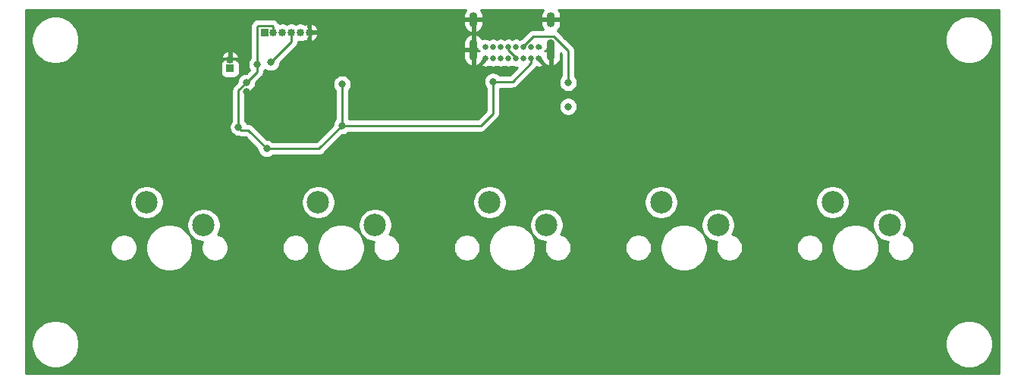
<source format=gbr>
%TF.GenerationSoftware,KiCad,Pcbnew,(5.1.7)-1*%
%TF.CreationDate,2021-01-12T02:41:31-08:00*%
%TF.ProjectId,pain5,7061696e-352e-46b6-9963-61645f706362,rev?*%
%TF.SameCoordinates,Original*%
%TF.FileFunction,Copper,L2,Bot*%
%TF.FilePolarity,Positive*%
%FSLAX46Y46*%
G04 Gerber Fmt 4.6, Leading zero omitted, Abs format (unit mm)*
G04 Created by KiCad (PCBNEW (5.1.7)-1) date 2021-01-12 02:41:31*
%MOMM*%
%LPD*%
G01*
G04 APERTURE LIST*
%TA.AperFunction,ComponentPad*%
%ADD10O,0.900000X1.700000*%
%TD*%
%TA.AperFunction,ComponentPad*%
%ADD11O,0.900000X2.400000*%
%TD*%
%TA.AperFunction,ComponentPad*%
%ADD12C,0.650000*%
%TD*%
%TA.AperFunction,ComponentPad*%
%ADD13O,0.850000X0.850000*%
%TD*%
%TA.AperFunction,ComponentPad*%
%ADD14R,0.850000X0.850000*%
%TD*%
%TA.AperFunction,ComponentPad*%
%ADD15C,2.500000*%
%TD*%
%TA.AperFunction,ViaPad*%
%ADD16C,0.800000*%
%TD*%
%TA.AperFunction,Conductor*%
%ADD17C,0.250000*%
%TD*%
%TA.AperFunction,Conductor*%
%ADD18C,0.254000*%
%TD*%
%TA.AperFunction,Conductor*%
%ADD19C,0.100000*%
%TD*%
G04 APERTURE END LIST*
D10*
%TO.P,J1,S1*%
%TO.N,GND*%
X169325000Y-64740000D03*
X160675000Y-64740000D03*
D11*
X169325000Y-68120000D03*
X160675000Y-68120000D03*
D12*
%TO.P,J1,B1*%
X167980000Y-67775000D03*
%TO.P,J1,B4*%
%TO.N,VCC*%
X167130000Y-67775000D03*
%TO.P,J1,B5*%
%TO.N,Net-(J1-PadB5)*%
X166280000Y-67775000D03*
%TO.P,J1,B6*%
%TO.N,Net-(J1-PadA6)*%
X165430000Y-67775000D03*
%TO.P,J1,B7*%
%TO.N,Net-(J1-PadA7)*%
X164580000Y-67775000D03*
%TO.P,J1,B8*%
%TO.N,Net-(J1-PadB8)*%
X163730000Y-67775000D03*
%TO.P,J1,B9*%
%TO.N,VCC*%
X162880000Y-67775000D03*
%TO.P,J1,B12*%
%TO.N,GND*%
X162025000Y-67775000D03*
%TO.P,J1,A12*%
X167975000Y-69100000D03*
%TO.P,J1,A9*%
%TO.N,VCC*%
X167125000Y-69100000D03*
%TO.P,J1,A8*%
%TO.N,Net-(J1-PadA8)*%
X166275000Y-69100000D03*
%TO.P,J1,A7*%
%TO.N,Net-(J1-PadA7)*%
X165425000Y-69100000D03*
%TO.P,J1,A6*%
%TO.N,Net-(J1-PadA6)*%
X164575000Y-69100000D03*
%TO.P,J1,A4*%
%TO.N,VCC*%
X162875000Y-69100000D03*
%TO.P,J1,A1*%
%TO.N,GND*%
X162025000Y-69100000D03*
%TO.P,J1,A5*%
%TO.N,Net-(J1-PadA5)*%
X163725000Y-69100000D03*
%TD*%
D13*
%TO.P,J2,6*%
%TO.N,GND*%
X142350000Y-66150000D03*
%TO.P,J2,5*%
%TO.N,/RST*%
X141350000Y-66150000D03*
%TO.P,J2,4*%
%TO.N,/MOSI*%
X140350000Y-66150000D03*
%TO.P,J2,3*%
%TO.N,/SCK*%
X139350000Y-66150000D03*
%TO.P,J2,2*%
%TO.N,VCC*%
X138350000Y-66150000D03*
D14*
%TO.P,J2,1*%
%TO.N,/MISO*%
X137350000Y-66150000D03*
%TD*%
%TO.P,J3,1*%
%TO.N,/RST*%
X133500000Y-70200000D03*
D13*
%TO.P,J3,2*%
%TO.N,GND*%
X133500000Y-69200000D03*
%TD*%
D15*
%TO.P,K1,1*%
%TO.N,/KVCC*%
X130550000Y-87685000D03*
%TO.P,K1,2*%
%TO.N,Net-(D1-Pad2)*%
X124200000Y-85145000D03*
%TD*%
%TO.P,K2,2*%
%TO.N,Net-(D2-Pad2)*%
X143350000Y-85145000D03*
%TO.P,K2,1*%
%TO.N,/KVCC*%
X149700000Y-87685000D03*
%TD*%
%TO.P,K3,1*%
%TO.N,/KVCC*%
X168825000Y-87685000D03*
%TO.P,K3,2*%
%TO.N,Net-(D3-Pad2)*%
X162475000Y-85145000D03*
%TD*%
%TO.P,K4,2*%
%TO.N,Net-(D4-Pad2)*%
X181625000Y-85145000D03*
%TO.P,K4,1*%
%TO.N,/KVCC*%
X187975000Y-87685000D03*
%TD*%
%TO.P,K5,1*%
%TO.N,/KVCC*%
X207115000Y-87680000D03*
%TO.P,K5,2*%
%TO.N,Net-(D5-Pad2)*%
X200765000Y-85140000D03*
%TD*%
D16*
%TO.N,GND*%
X147075000Y-66325000D03*
X130159000Y-71932800D03*
X141219985Y-68855319D03*
X135350000Y-72825000D03*
%TO.N,VCC*%
X135350000Y-71750000D03*
X136550000Y-69725000D03*
X137600000Y-79150000D03*
X146000000Y-76575000D03*
X146000000Y-71950000D03*
X162850000Y-71650000D03*
X134450000Y-76750000D03*
%TO.N,Net-(J1-PadB5)*%
X171250000Y-71750000D03*
%TO.N,Net-(J1-PadA5)*%
X171250000Y-74450000D03*
%TO.N,/MOSI*%
X138075153Y-69499847D03*
%TD*%
D17*
%TO.N,GND*%
X133500000Y-69200000D02*
X133500000Y-68190000D01*
%TO.N,VCC*%
X135550000Y-77100000D02*
X137600000Y-79150000D01*
X143425000Y-79150000D02*
X146000000Y-76575000D01*
X137600000Y-79150000D02*
X143425000Y-79150000D01*
X146000000Y-76575000D02*
X146000000Y-71950000D01*
X161475000Y-76575000D02*
X146000000Y-76575000D01*
X162870000Y-71630000D02*
X162850000Y-71650000D01*
X162850000Y-75200000D02*
X161475000Y-76575000D01*
X162850000Y-71650000D02*
X162850000Y-75200000D01*
X138350000Y-65540000D02*
X138350000Y-66150000D01*
X136664999Y-65399999D02*
X138209999Y-65399999D01*
X136550000Y-65514998D02*
X136664999Y-65399999D01*
X138209999Y-65399999D02*
X138350000Y-65540000D01*
X136550000Y-69725000D02*
X136550000Y-65514998D01*
X134800000Y-77100000D02*
X134450000Y-76750000D01*
X135550000Y-77100000D02*
X134800000Y-77100000D01*
X165034619Y-71650000D02*
X162850000Y-71650000D01*
X136550000Y-69725000D02*
X136550000Y-70550000D01*
X134450000Y-76750000D02*
X134450000Y-72650000D01*
X134450000Y-72650000D02*
X135350000Y-71750000D01*
X135350000Y-71750000D02*
X136550000Y-70550000D01*
X167125000Y-69559619D02*
X167125000Y-69100000D01*
X165034619Y-71650000D02*
X167125000Y-69559619D01*
%TO.N,Net-(J1-PadB5)*%
X171250000Y-68198971D02*
X169646019Y-66594990D01*
X171250000Y-71750000D02*
X171250000Y-68198971D01*
X166280000Y-67662998D02*
X166280000Y-67775000D01*
X167348008Y-66594990D02*
X166280000Y-67662998D01*
X169646019Y-66594990D02*
X167348008Y-66594990D01*
%TO.N,Net-(J1-PadA6)*%
X165420000Y-67887002D02*
X165420000Y-67775000D01*
%TO.N,Net-(J1-PadA7)*%
X165425000Y-68987998D02*
X165425000Y-69100000D01*
X164580000Y-68142998D02*
X165425000Y-68987998D01*
X164580000Y-67775000D02*
X164580000Y-68142998D01*
%TO.N,/MOSI*%
X140350000Y-67225000D02*
X140350000Y-66150000D01*
X138075153Y-69499847D02*
X140350000Y-67225000D01*
%TD*%
D18*
%TO.N,GND*%
X159721191Y-63807455D02*
X159635624Y-64003767D01*
X159590000Y-64213000D01*
X159590000Y-64613000D01*
X160548000Y-64613000D01*
X160548000Y-64593000D01*
X160802000Y-64593000D01*
X160802000Y-64613000D01*
X161760000Y-64613000D01*
X161760000Y-64213000D01*
X161714376Y-64003767D01*
X161628809Y-63807455D01*
X161526320Y-63660000D01*
X168473680Y-63660000D01*
X168371191Y-63807455D01*
X168285624Y-64003767D01*
X168240000Y-64213000D01*
X168240000Y-64613000D01*
X169198000Y-64613000D01*
X169198000Y-64593000D01*
X169452000Y-64593000D01*
X169452000Y-64613000D01*
X170410000Y-64613000D01*
X170410000Y-64213000D01*
X170364376Y-64003767D01*
X170278809Y-63807455D01*
X170176320Y-63660000D01*
X219315000Y-63660000D01*
X219315001Y-104315000D01*
X110685000Y-104315000D01*
X110685000Y-100737314D01*
X111332905Y-100737314D01*
X111332905Y-101262686D01*
X111435400Y-101777963D01*
X111636451Y-102263343D01*
X111928332Y-102700174D01*
X112299826Y-103071668D01*
X112736657Y-103363549D01*
X113222037Y-103564600D01*
X113737314Y-103667095D01*
X114262686Y-103667095D01*
X114777963Y-103564600D01*
X115263343Y-103363549D01*
X115700174Y-103071668D01*
X116071668Y-102700174D01*
X116363549Y-102263343D01*
X116564600Y-101777963D01*
X116667095Y-101262686D01*
X116667095Y-100737314D01*
X213332905Y-100737314D01*
X213332905Y-101262686D01*
X213435400Y-101777963D01*
X213636451Y-102263343D01*
X213928332Y-102700174D01*
X214299826Y-103071668D01*
X214736657Y-103363549D01*
X215222037Y-103564600D01*
X215737314Y-103667095D01*
X216262686Y-103667095D01*
X216777963Y-103564600D01*
X217263343Y-103363549D01*
X217700174Y-103071668D01*
X218071668Y-102700174D01*
X218363549Y-102263343D01*
X218564600Y-101777963D01*
X218667095Y-101262686D01*
X218667095Y-100737314D01*
X218564600Y-100222037D01*
X218363549Y-99736657D01*
X218071668Y-99299826D01*
X217700174Y-98928332D01*
X217263343Y-98636451D01*
X216777963Y-98435400D01*
X216262686Y-98332905D01*
X215737314Y-98332905D01*
X215222037Y-98435400D01*
X214736657Y-98636451D01*
X214299826Y-98928332D01*
X213928332Y-99299826D01*
X213636451Y-99736657D01*
X213435400Y-100222037D01*
X213332905Y-100737314D01*
X116667095Y-100737314D01*
X116564600Y-100222037D01*
X116363549Y-99736657D01*
X116071668Y-99299826D01*
X115700174Y-98928332D01*
X115263343Y-98636451D01*
X114777963Y-98435400D01*
X114262686Y-98332905D01*
X113737314Y-98332905D01*
X113222037Y-98435400D01*
X112736657Y-98636451D01*
X112299826Y-98928332D01*
X111928332Y-99299826D01*
X111636451Y-99736657D01*
X111435400Y-100222037D01*
X111332905Y-100737314D01*
X110685000Y-100737314D01*
X110685000Y-90076278D01*
X120150000Y-90076278D01*
X120150000Y-90373722D01*
X120208029Y-90665451D01*
X120321856Y-90940253D01*
X120487107Y-91187569D01*
X120697431Y-91397893D01*
X120944747Y-91563144D01*
X121219549Y-91676971D01*
X121511278Y-91735000D01*
X121808722Y-91735000D01*
X122100451Y-91676971D01*
X122375253Y-91563144D01*
X122622569Y-91397893D01*
X122832893Y-91187569D01*
X122998144Y-90940253D01*
X123111971Y-90665451D01*
X123170000Y-90373722D01*
X123170000Y-90076278D01*
X123147960Y-89965475D01*
X124105000Y-89965475D01*
X124105000Y-90484525D01*
X124206261Y-90993601D01*
X124404893Y-91473141D01*
X124693262Y-91904715D01*
X125060285Y-92271738D01*
X125491859Y-92560107D01*
X125971399Y-92758739D01*
X126480475Y-92860000D01*
X126999525Y-92860000D01*
X127508601Y-92758739D01*
X127988141Y-92560107D01*
X128419715Y-92271738D01*
X128786738Y-91904715D01*
X129075107Y-91473141D01*
X129273739Y-90993601D01*
X129375000Y-90484525D01*
X129375000Y-89965475D01*
X129273739Y-89456399D01*
X129075107Y-88976859D01*
X128786738Y-88545285D01*
X128419715Y-88178262D01*
X127988141Y-87889893D01*
X127508601Y-87691261D01*
X126999525Y-87590000D01*
X126480475Y-87590000D01*
X125971399Y-87691261D01*
X125491859Y-87889893D01*
X125060285Y-88178262D01*
X124693262Y-88545285D01*
X124404893Y-88976859D01*
X124206261Y-89456399D01*
X124105000Y-89965475D01*
X123147960Y-89965475D01*
X123111971Y-89784549D01*
X122998144Y-89509747D01*
X122832893Y-89262431D01*
X122622569Y-89052107D01*
X122375253Y-88886856D01*
X122100451Y-88773029D01*
X121808722Y-88715000D01*
X121511278Y-88715000D01*
X121219549Y-88773029D01*
X120944747Y-88886856D01*
X120697431Y-89052107D01*
X120487107Y-89262431D01*
X120321856Y-89509747D01*
X120208029Y-89784549D01*
X120150000Y-90076278D01*
X110685000Y-90076278D01*
X110685000Y-87499344D01*
X128665000Y-87499344D01*
X128665000Y-87870656D01*
X128737439Y-88234834D01*
X128879534Y-88577882D01*
X129085825Y-88886618D01*
X129348382Y-89149175D01*
X129657118Y-89355466D01*
X130000166Y-89497561D01*
X130364344Y-89570000D01*
X130456898Y-89570000D01*
X130368029Y-89784549D01*
X130310000Y-90076278D01*
X130310000Y-90373722D01*
X130368029Y-90665451D01*
X130481856Y-90940253D01*
X130647107Y-91187569D01*
X130857431Y-91397893D01*
X131104747Y-91563144D01*
X131379549Y-91676971D01*
X131671278Y-91735000D01*
X131968722Y-91735000D01*
X132260451Y-91676971D01*
X132535253Y-91563144D01*
X132782569Y-91397893D01*
X132992893Y-91187569D01*
X133158144Y-90940253D01*
X133271971Y-90665451D01*
X133330000Y-90373722D01*
X133330000Y-90076278D01*
X139300000Y-90076278D01*
X139300000Y-90373722D01*
X139358029Y-90665451D01*
X139471856Y-90940253D01*
X139637107Y-91187569D01*
X139847431Y-91397893D01*
X140094747Y-91563144D01*
X140369549Y-91676971D01*
X140661278Y-91735000D01*
X140958722Y-91735000D01*
X141250451Y-91676971D01*
X141525253Y-91563144D01*
X141772569Y-91397893D01*
X141982893Y-91187569D01*
X142148144Y-90940253D01*
X142261971Y-90665451D01*
X142320000Y-90373722D01*
X142320000Y-90076278D01*
X142297960Y-89965475D01*
X143255000Y-89965475D01*
X143255000Y-90484525D01*
X143356261Y-90993601D01*
X143554893Y-91473141D01*
X143843262Y-91904715D01*
X144210285Y-92271738D01*
X144641859Y-92560107D01*
X145121399Y-92758739D01*
X145630475Y-92860000D01*
X146149525Y-92860000D01*
X146658601Y-92758739D01*
X147138141Y-92560107D01*
X147569715Y-92271738D01*
X147936738Y-91904715D01*
X148225107Y-91473141D01*
X148423739Y-90993601D01*
X148525000Y-90484525D01*
X148525000Y-89965475D01*
X148423739Y-89456399D01*
X148225107Y-88976859D01*
X147936738Y-88545285D01*
X147569715Y-88178262D01*
X147138141Y-87889893D01*
X146658601Y-87691261D01*
X146149525Y-87590000D01*
X145630475Y-87590000D01*
X145121399Y-87691261D01*
X144641859Y-87889893D01*
X144210285Y-88178262D01*
X143843262Y-88545285D01*
X143554893Y-88976859D01*
X143356261Y-89456399D01*
X143255000Y-89965475D01*
X142297960Y-89965475D01*
X142261971Y-89784549D01*
X142148144Y-89509747D01*
X141982893Y-89262431D01*
X141772569Y-89052107D01*
X141525253Y-88886856D01*
X141250451Y-88773029D01*
X140958722Y-88715000D01*
X140661278Y-88715000D01*
X140369549Y-88773029D01*
X140094747Y-88886856D01*
X139847431Y-89052107D01*
X139637107Y-89262431D01*
X139471856Y-89509747D01*
X139358029Y-89784549D01*
X139300000Y-90076278D01*
X133330000Y-90076278D01*
X133271971Y-89784549D01*
X133158144Y-89509747D01*
X132992893Y-89262431D01*
X132782569Y-89052107D01*
X132535253Y-88886856D01*
X132260451Y-88773029D01*
X132110061Y-88743114D01*
X132220466Y-88577882D01*
X132362561Y-88234834D01*
X132435000Y-87870656D01*
X132435000Y-87499344D01*
X147815000Y-87499344D01*
X147815000Y-87870656D01*
X147887439Y-88234834D01*
X148029534Y-88577882D01*
X148235825Y-88886618D01*
X148498382Y-89149175D01*
X148807118Y-89355466D01*
X149150166Y-89497561D01*
X149514344Y-89570000D01*
X149606898Y-89570000D01*
X149518029Y-89784549D01*
X149460000Y-90076278D01*
X149460000Y-90373722D01*
X149518029Y-90665451D01*
X149631856Y-90940253D01*
X149797107Y-91187569D01*
X150007431Y-91397893D01*
X150254747Y-91563144D01*
X150529549Y-91676971D01*
X150821278Y-91735000D01*
X151118722Y-91735000D01*
X151410451Y-91676971D01*
X151685253Y-91563144D01*
X151932569Y-91397893D01*
X152142893Y-91187569D01*
X152308144Y-90940253D01*
X152421971Y-90665451D01*
X152480000Y-90373722D01*
X152480000Y-90076278D01*
X158425000Y-90076278D01*
X158425000Y-90373722D01*
X158483029Y-90665451D01*
X158596856Y-90940253D01*
X158762107Y-91187569D01*
X158972431Y-91397893D01*
X159219747Y-91563144D01*
X159494549Y-91676971D01*
X159786278Y-91735000D01*
X160083722Y-91735000D01*
X160375451Y-91676971D01*
X160650253Y-91563144D01*
X160897569Y-91397893D01*
X161107893Y-91187569D01*
X161273144Y-90940253D01*
X161386971Y-90665451D01*
X161445000Y-90373722D01*
X161445000Y-90076278D01*
X161422960Y-89965475D01*
X162380000Y-89965475D01*
X162380000Y-90484525D01*
X162481261Y-90993601D01*
X162679893Y-91473141D01*
X162968262Y-91904715D01*
X163335285Y-92271738D01*
X163766859Y-92560107D01*
X164246399Y-92758739D01*
X164755475Y-92860000D01*
X165274525Y-92860000D01*
X165783601Y-92758739D01*
X166263141Y-92560107D01*
X166694715Y-92271738D01*
X167061738Y-91904715D01*
X167350107Y-91473141D01*
X167548739Y-90993601D01*
X167650000Y-90484525D01*
X167650000Y-89965475D01*
X167548739Y-89456399D01*
X167350107Y-88976859D01*
X167061738Y-88545285D01*
X166694715Y-88178262D01*
X166263141Y-87889893D01*
X165783601Y-87691261D01*
X165274525Y-87590000D01*
X164755475Y-87590000D01*
X164246399Y-87691261D01*
X163766859Y-87889893D01*
X163335285Y-88178262D01*
X162968262Y-88545285D01*
X162679893Y-88976859D01*
X162481261Y-89456399D01*
X162380000Y-89965475D01*
X161422960Y-89965475D01*
X161386971Y-89784549D01*
X161273144Y-89509747D01*
X161107893Y-89262431D01*
X160897569Y-89052107D01*
X160650253Y-88886856D01*
X160375451Y-88773029D01*
X160083722Y-88715000D01*
X159786278Y-88715000D01*
X159494549Y-88773029D01*
X159219747Y-88886856D01*
X158972431Y-89052107D01*
X158762107Y-89262431D01*
X158596856Y-89509747D01*
X158483029Y-89784549D01*
X158425000Y-90076278D01*
X152480000Y-90076278D01*
X152421971Y-89784549D01*
X152308144Y-89509747D01*
X152142893Y-89262431D01*
X151932569Y-89052107D01*
X151685253Y-88886856D01*
X151410451Y-88773029D01*
X151260061Y-88743114D01*
X151370466Y-88577882D01*
X151512561Y-88234834D01*
X151585000Y-87870656D01*
X151585000Y-87499344D01*
X166940000Y-87499344D01*
X166940000Y-87870656D01*
X167012439Y-88234834D01*
X167154534Y-88577882D01*
X167360825Y-88886618D01*
X167623382Y-89149175D01*
X167932118Y-89355466D01*
X168275166Y-89497561D01*
X168639344Y-89570000D01*
X168731898Y-89570000D01*
X168643029Y-89784549D01*
X168585000Y-90076278D01*
X168585000Y-90373722D01*
X168643029Y-90665451D01*
X168756856Y-90940253D01*
X168922107Y-91187569D01*
X169132431Y-91397893D01*
X169379747Y-91563144D01*
X169654549Y-91676971D01*
X169946278Y-91735000D01*
X170243722Y-91735000D01*
X170535451Y-91676971D01*
X170810253Y-91563144D01*
X171057569Y-91397893D01*
X171267893Y-91187569D01*
X171433144Y-90940253D01*
X171546971Y-90665451D01*
X171605000Y-90373722D01*
X171605000Y-90076278D01*
X177575000Y-90076278D01*
X177575000Y-90373722D01*
X177633029Y-90665451D01*
X177746856Y-90940253D01*
X177912107Y-91187569D01*
X178122431Y-91397893D01*
X178369747Y-91563144D01*
X178644549Y-91676971D01*
X178936278Y-91735000D01*
X179233722Y-91735000D01*
X179525451Y-91676971D01*
X179800253Y-91563144D01*
X180047569Y-91397893D01*
X180257893Y-91187569D01*
X180423144Y-90940253D01*
X180536971Y-90665451D01*
X180595000Y-90373722D01*
X180595000Y-90076278D01*
X180572960Y-89965475D01*
X181530000Y-89965475D01*
X181530000Y-90484525D01*
X181631261Y-90993601D01*
X181829893Y-91473141D01*
X182118262Y-91904715D01*
X182485285Y-92271738D01*
X182916859Y-92560107D01*
X183396399Y-92758739D01*
X183905475Y-92860000D01*
X184424525Y-92860000D01*
X184933601Y-92758739D01*
X185413141Y-92560107D01*
X185844715Y-92271738D01*
X186211738Y-91904715D01*
X186500107Y-91473141D01*
X186698739Y-90993601D01*
X186800000Y-90484525D01*
X186800000Y-89965475D01*
X186698739Y-89456399D01*
X186500107Y-88976859D01*
X186211738Y-88545285D01*
X185844715Y-88178262D01*
X185413141Y-87889893D01*
X184933601Y-87691261D01*
X184424525Y-87590000D01*
X183905475Y-87590000D01*
X183396399Y-87691261D01*
X182916859Y-87889893D01*
X182485285Y-88178262D01*
X182118262Y-88545285D01*
X181829893Y-88976859D01*
X181631261Y-89456399D01*
X181530000Y-89965475D01*
X180572960Y-89965475D01*
X180536971Y-89784549D01*
X180423144Y-89509747D01*
X180257893Y-89262431D01*
X180047569Y-89052107D01*
X179800253Y-88886856D01*
X179525451Y-88773029D01*
X179233722Y-88715000D01*
X178936278Y-88715000D01*
X178644549Y-88773029D01*
X178369747Y-88886856D01*
X178122431Y-89052107D01*
X177912107Y-89262431D01*
X177746856Y-89509747D01*
X177633029Y-89784549D01*
X177575000Y-90076278D01*
X171605000Y-90076278D01*
X171546971Y-89784549D01*
X171433144Y-89509747D01*
X171267893Y-89262431D01*
X171057569Y-89052107D01*
X170810253Y-88886856D01*
X170535451Y-88773029D01*
X170385061Y-88743114D01*
X170495466Y-88577882D01*
X170637561Y-88234834D01*
X170710000Y-87870656D01*
X170710000Y-87499344D01*
X186090000Y-87499344D01*
X186090000Y-87870656D01*
X186162439Y-88234834D01*
X186304534Y-88577882D01*
X186510825Y-88886618D01*
X186773382Y-89149175D01*
X187082118Y-89355466D01*
X187425166Y-89497561D01*
X187789344Y-89570000D01*
X187881898Y-89570000D01*
X187793029Y-89784549D01*
X187735000Y-90076278D01*
X187735000Y-90373722D01*
X187793029Y-90665451D01*
X187906856Y-90940253D01*
X188072107Y-91187569D01*
X188282431Y-91397893D01*
X188529747Y-91563144D01*
X188804549Y-91676971D01*
X189096278Y-91735000D01*
X189393722Y-91735000D01*
X189685451Y-91676971D01*
X189960253Y-91563144D01*
X190207569Y-91397893D01*
X190417893Y-91187569D01*
X190583144Y-90940253D01*
X190696971Y-90665451D01*
X190755000Y-90373722D01*
X190755000Y-90076278D01*
X190754006Y-90071278D01*
X196715000Y-90071278D01*
X196715000Y-90368722D01*
X196773029Y-90660451D01*
X196886856Y-90935253D01*
X197052107Y-91182569D01*
X197262431Y-91392893D01*
X197509747Y-91558144D01*
X197784549Y-91671971D01*
X198076278Y-91730000D01*
X198373722Y-91730000D01*
X198665451Y-91671971D01*
X198940253Y-91558144D01*
X199187569Y-91392893D01*
X199397893Y-91182569D01*
X199563144Y-90935253D01*
X199676971Y-90660451D01*
X199735000Y-90368722D01*
X199735000Y-90071278D01*
X199712960Y-89960475D01*
X200670000Y-89960475D01*
X200670000Y-90479525D01*
X200771261Y-90988601D01*
X200969893Y-91468141D01*
X201258262Y-91899715D01*
X201625285Y-92266738D01*
X202056859Y-92555107D01*
X202536399Y-92753739D01*
X203045475Y-92855000D01*
X203564525Y-92855000D01*
X204073601Y-92753739D01*
X204553141Y-92555107D01*
X204984715Y-92266738D01*
X205351738Y-91899715D01*
X205640107Y-91468141D01*
X205838739Y-90988601D01*
X205940000Y-90479525D01*
X205940000Y-89960475D01*
X205838739Y-89451399D01*
X205640107Y-88971859D01*
X205351738Y-88540285D01*
X204984715Y-88173262D01*
X204553141Y-87884893D01*
X204073601Y-87686261D01*
X203564525Y-87585000D01*
X203045475Y-87585000D01*
X202536399Y-87686261D01*
X202056859Y-87884893D01*
X201625285Y-88173262D01*
X201258262Y-88540285D01*
X200969893Y-88971859D01*
X200771261Y-89451399D01*
X200670000Y-89960475D01*
X199712960Y-89960475D01*
X199676971Y-89779549D01*
X199563144Y-89504747D01*
X199397893Y-89257431D01*
X199187569Y-89047107D01*
X198940253Y-88881856D01*
X198665451Y-88768029D01*
X198373722Y-88710000D01*
X198076278Y-88710000D01*
X197784549Y-88768029D01*
X197509747Y-88881856D01*
X197262431Y-89047107D01*
X197052107Y-89257431D01*
X196886856Y-89504747D01*
X196773029Y-89779549D01*
X196715000Y-90071278D01*
X190754006Y-90071278D01*
X190696971Y-89784549D01*
X190583144Y-89509747D01*
X190417893Y-89262431D01*
X190207569Y-89052107D01*
X189960253Y-88886856D01*
X189685451Y-88773029D01*
X189535061Y-88743114D01*
X189645466Y-88577882D01*
X189787561Y-88234834D01*
X189860000Y-87870656D01*
X189860000Y-87499344D01*
X189859006Y-87494344D01*
X205230000Y-87494344D01*
X205230000Y-87865656D01*
X205302439Y-88229834D01*
X205444534Y-88572882D01*
X205650825Y-88881618D01*
X205913382Y-89144175D01*
X206222118Y-89350466D01*
X206565166Y-89492561D01*
X206929344Y-89565000D01*
X207021898Y-89565000D01*
X206933029Y-89779549D01*
X206875000Y-90071278D01*
X206875000Y-90368722D01*
X206933029Y-90660451D01*
X207046856Y-90935253D01*
X207212107Y-91182569D01*
X207422431Y-91392893D01*
X207669747Y-91558144D01*
X207944549Y-91671971D01*
X208236278Y-91730000D01*
X208533722Y-91730000D01*
X208825451Y-91671971D01*
X209100253Y-91558144D01*
X209347569Y-91392893D01*
X209557893Y-91182569D01*
X209723144Y-90935253D01*
X209836971Y-90660451D01*
X209895000Y-90368722D01*
X209895000Y-90071278D01*
X209836971Y-89779549D01*
X209723144Y-89504747D01*
X209557893Y-89257431D01*
X209347569Y-89047107D01*
X209100253Y-88881856D01*
X208825451Y-88768029D01*
X208675061Y-88738114D01*
X208785466Y-88572882D01*
X208927561Y-88229834D01*
X209000000Y-87865656D01*
X209000000Y-87494344D01*
X208927561Y-87130166D01*
X208785466Y-86787118D01*
X208579175Y-86478382D01*
X208316618Y-86215825D01*
X208007882Y-86009534D01*
X207664834Y-85867439D01*
X207300656Y-85795000D01*
X206929344Y-85795000D01*
X206565166Y-85867439D01*
X206222118Y-86009534D01*
X205913382Y-86215825D01*
X205650825Y-86478382D01*
X205444534Y-86787118D01*
X205302439Y-87130166D01*
X205230000Y-87494344D01*
X189859006Y-87494344D01*
X189787561Y-87135166D01*
X189645466Y-86792118D01*
X189439175Y-86483382D01*
X189176618Y-86220825D01*
X188867882Y-86014534D01*
X188524834Y-85872439D01*
X188160656Y-85800000D01*
X187789344Y-85800000D01*
X187425166Y-85872439D01*
X187082118Y-86014534D01*
X186773382Y-86220825D01*
X186510825Y-86483382D01*
X186304534Y-86792118D01*
X186162439Y-87135166D01*
X186090000Y-87499344D01*
X170710000Y-87499344D01*
X170637561Y-87135166D01*
X170495466Y-86792118D01*
X170289175Y-86483382D01*
X170026618Y-86220825D01*
X169717882Y-86014534D01*
X169374834Y-85872439D01*
X169010656Y-85800000D01*
X168639344Y-85800000D01*
X168275166Y-85872439D01*
X167932118Y-86014534D01*
X167623382Y-86220825D01*
X167360825Y-86483382D01*
X167154534Y-86792118D01*
X167012439Y-87135166D01*
X166940000Y-87499344D01*
X151585000Y-87499344D01*
X151512561Y-87135166D01*
X151370466Y-86792118D01*
X151164175Y-86483382D01*
X150901618Y-86220825D01*
X150592882Y-86014534D01*
X150249834Y-85872439D01*
X149885656Y-85800000D01*
X149514344Y-85800000D01*
X149150166Y-85872439D01*
X148807118Y-86014534D01*
X148498382Y-86220825D01*
X148235825Y-86483382D01*
X148029534Y-86792118D01*
X147887439Y-87135166D01*
X147815000Y-87499344D01*
X132435000Y-87499344D01*
X132362561Y-87135166D01*
X132220466Y-86792118D01*
X132014175Y-86483382D01*
X131751618Y-86220825D01*
X131442882Y-86014534D01*
X131099834Y-85872439D01*
X130735656Y-85800000D01*
X130364344Y-85800000D01*
X130000166Y-85872439D01*
X129657118Y-86014534D01*
X129348382Y-86220825D01*
X129085825Y-86483382D01*
X128879534Y-86792118D01*
X128737439Y-87135166D01*
X128665000Y-87499344D01*
X110685000Y-87499344D01*
X110685000Y-84959344D01*
X122315000Y-84959344D01*
X122315000Y-85330656D01*
X122387439Y-85694834D01*
X122529534Y-86037882D01*
X122735825Y-86346618D01*
X122998382Y-86609175D01*
X123307118Y-86815466D01*
X123650166Y-86957561D01*
X124014344Y-87030000D01*
X124385656Y-87030000D01*
X124749834Y-86957561D01*
X125092882Y-86815466D01*
X125401618Y-86609175D01*
X125664175Y-86346618D01*
X125870466Y-86037882D01*
X126012561Y-85694834D01*
X126085000Y-85330656D01*
X126085000Y-84959344D01*
X141465000Y-84959344D01*
X141465000Y-85330656D01*
X141537439Y-85694834D01*
X141679534Y-86037882D01*
X141885825Y-86346618D01*
X142148382Y-86609175D01*
X142457118Y-86815466D01*
X142800166Y-86957561D01*
X143164344Y-87030000D01*
X143535656Y-87030000D01*
X143899834Y-86957561D01*
X144242882Y-86815466D01*
X144551618Y-86609175D01*
X144814175Y-86346618D01*
X145020466Y-86037882D01*
X145162561Y-85694834D01*
X145235000Y-85330656D01*
X145235000Y-84959344D01*
X160590000Y-84959344D01*
X160590000Y-85330656D01*
X160662439Y-85694834D01*
X160804534Y-86037882D01*
X161010825Y-86346618D01*
X161273382Y-86609175D01*
X161582118Y-86815466D01*
X161925166Y-86957561D01*
X162289344Y-87030000D01*
X162660656Y-87030000D01*
X163024834Y-86957561D01*
X163367882Y-86815466D01*
X163676618Y-86609175D01*
X163939175Y-86346618D01*
X164145466Y-86037882D01*
X164287561Y-85694834D01*
X164360000Y-85330656D01*
X164360000Y-84959344D01*
X179740000Y-84959344D01*
X179740000Y-85330656D01*
X179812439Y-85694834D01*
X179954534Y-86037882D01*
X180160825Y-86346618D01*
X180423382Y-86609175D01*
X180732118Y-86815466D01*
X181075166Y-86957561D01*
X181439344Y-87030000D01*
X181810656Y-87030000D01*
X182174834Y-86957561D01*
X182517882Y-86815466D01*
X182826618Y-86609175D01*
X183089175Y-86346618D01*
X183295466Y-86037882D01*
X183437561Y-85694834D01*
X183510000Y-85330656D01*
X183510000Y-84959344D01*
X183509006Y-84954344D01*
X198880000Y-84954344D01*
X198880000Y-85325656D01*
X198952439Y-85689834D01*
X199094534Y-86032882D01*
X199300825Y-86341618D01*
X199563382Y-86604175D01*
X199872118Y-86810466D01*
X200215166Y-86952561D01*
X200579344Y-87025000D01*
X200950656Y-87025000D01*
X201314834Y-86952561D01*
X201657882Y-86810466D01*
X201966618Y-86604175D01*
X202229175Y-86341618D01*
X202435466Y-86032882D01*
X202577561Y-85689834D01*
X202650000Y-85325656D01*
X202650000Y-84954344D01*
X202577561Y-84590166D01*
X202435466Y-84247118D01*
X202229175Y-83938382D01*
X201966618Y-83675825D01*
X201657882Y-83469534D01*
X201314834Y-83327439D01*
X200950656Y-83255000D01*
X200579344Y-83255000D01*
X200215166Y-83327439D01*
X199872118Y-83469534D01*
X199563382Y-83675825D01*
X199300825Y-83938382D01*
X199094534Y-84247118D01*
X198952439Y-84590166D01*
X198880000Y-84954344D01*
X183509006Y-84954344D01*
X183437561Y-84595166D01*
X183295466Y-84252118D01*
X183089175Y-83943382D01*
X182826618Y-83680825D01*
X182517882Y-83474534D01*
X182174834Y-83332439D01*
X181810656Y-83260000D01*
X181439344Y-83260000D01*
X181075166Y-83332439D01*
X180732118Y-83474534D01*
X180423382Y-83680825D01*
X180160825Y-83943382D01*
X179954534Y-84252118D01*
X179812439Y-84595166D01*
X179740000Y-84959344D01*
X164360000Y-84959344D01*
X164287561Y-84595166D01*
X164145466Y-84252118D01*
X163939175Y-83943382D01*
X163676618Y-83680825D01*
X163367882Y-83474534D01*
X163024834Y-83332439D01*
X162660656Y-83260000D01*
X162289344Y-83260000D01*
X161925166Y-83332439D01*
X161582118Y-83474534D01*
X161273382Y-83680825D01*
X161010825Y-83943382D01*
X160804534Y-84252118D01*
X160662439Y-84595166D01*
X160590000Y-84959344D01*
X145235000Y-84959344D01*
X145162561Y-84595166D01*
X145020466Y-84252118D01*
X144814175Y-83943382D01*
X144551618Y-83680825D01*
X144242882Y-83474534D01*
X143899834Y-83332439D01*
X143535656Y-83260000D01*
X143164344Y-83260000D01*
X142800166Y-83332439D01*
X142457118Y-83474534D01*
X142148382Y-83680825D01*
X141885825Y-83943382D01*
X141679534Y-84252118D01*
X141537439Y-84595166D01*
X141465000Y-84959344D01*
X126085000Y-84959344D01*
X126012561Y-84595166D01*
X125870466Y-84252118D01*
X125664175Y-83943382D01*
X125401618Y-83680825D01*
X125092882Y-83474534D01*
X124749834Y-83332439D01*
X124385656Y-83260000D01*
X124014344Y-83260000D01*
X123650166Y-83332439D01*
X123307118Y-83474534D01*
X122998382Y-83680825D01*
X122735825Y-83943382D01*
X122529534Y-84252118D01*
X122387439Y-84595166D01*
X122315000Y-84959344D01*
X110685000Y-84959344D01*
X110685000Y-76648061D01*
X133415000Y-76648061D01*
X133415000Y-76851939D01*
X133454774Y-77051898D01*
X133532795Y-77240256D01*
X133646063Y-77409774D01*
X133790226Y-77553937D01*
X133959744Y-77667205D01*
X134148102Y-77745226D01*
X134348061Y-77785000D01*
X134469315Y-77785000D01*
X134507753Y-77805546D01*
X134651014Y-77849003D01*
X134762667Y-77860000D01*
X134762675Y-77860000D01*
X134800000Y-77863676D01*
X134837325Y-77860000D01*
X135235199Y-77860000D01*
X136565000Y-79189802D01*
X136565000Y-79251939D01*
X136604774Y-79451898D01*
X136682795Y-79640256D01*
X136796063Y-79809774D01*
X136940226Y-79953937D01*
X137109744Y-80067205D01*
X137298102Y-80145226D01*
X137498061Y-80185000D01*
X137701939Y-80185000D01*
X137901898Y-80145226D01*
X138090256Y-80067205D01*
X138259774Y-79953937D01*
X138303711Y-79910000D01*
X143387678Y-79910000D01*
X143425000Y-79913676D01*
X143462322Y-79910000D01*
X143462333Y-79910000D01*
X143573986Y-79899003D01*
X143717247Y-79855546D01*
X143849276Y-79784974D01*
X143965001Y-79690001D01*
X143988804Y-79660997D01*
X146039802Y-77610000D01*
X146101939Y-77610000D01*
X146301898Y-77570226D01*
X146490256Y-77492205D01*
X146659774Y-77378937D01*
X146703711Y-77335000D01*
X161437678Y-77335000D01*
X161475000Y-77338676D01*
X161512322Y-77335000D01*
X161512333Y-77335000D01*
X161623986Y-77324003D01*
X161767247Y-77280546D01*
X161899276Y-77209974D01*
X162015001Y-77115001D01*
X162038804Y-77085997D01*
X163361003Y-75763799D01*
X163390001Y-75740001D01*
X163484974Y-75624276D01*
X163555546Y-75492247D01*
X163599003Y-75348986D01*
X163610000Y-75237333D01*
X163610000Y-75237325D01*
X163613676Y-75200000D01*
X163610000Y-75162675D01*
X163610000Y-74348061D01*
X170215000Y-74348061D01*
X170215000Y-74551939D01*
X170254774Y-74751898D01*
X170332795Y-74940256D01*
X170446063Y-75109774D01*
X170590226Y-75253937D01*
X170759744Y-75367205D01*
X170948102Y-75445226D01*
X171148061Y-75485000D01*
X171351939Y-75485000D01*
X171551898Y-75445226D01*
X171740256Y-75367205D01*
X171909774Y-75253937D01*
X172053937Y-75109774D01*
X172167205Y-74940256D01*
X172245226Y-74751898D01*
X172285000Y-74551939D01*
X172285000Y-74348061D01*
X172245226Y-74148102D01*
X172167205Y-73959744D01*
X172053937Y-73790226D01*
X171909774Y-73646063D01*
X171740256Y-73532795D01*
X171551898Y-73454774D01*
X171351939Y-73415000D01*
X171148061Y-73415000D01*
X170948102Y-73454774D01*
X170759744Y-73532795D01*
X170590226Y-73646063D01*
X170446063Y-73790226D01*
X170332795Y-73959744D01*
X170254774Y-74148102D01*
X170215000Y-74348061D01*
X163610000Y-74348061D01*
X163610000Y-72410000D01*
X164997297Y-72410000D01*
X165034619Y-72413676D01*
X165071941Y-72410000D01*
X165071952Y-72410000D01*
X165183605Y-72399003D01*
X165326866Y-72355546D01*
X165458895Y-72284974D01*
X165574620Y-72190001D01*
X165598423Y-72160997D01*
X167636004Y-70123417D01*
X167665001Y-70099620D01*
X167723433Y-70028421D01*
X167875260Y-70059475D01*
X168064361Y-70060497D01*
X168250028Y-70024608D01*
X168425126Y-69953187D01*
X168434323Y-69948270D01*
X168447931Y-69752536D01*
X168052639Y-69357244D01*
X168085000Y-69194552D01*
X168085000Y-69005448D01*
X168084171Y-69001281D01*
X168168748Y-69085858D01*
X168154605Y-69100000D01*
X168304775Y-69250170D01*
X168371191Y-69402545D01*
X168493413Y-69578391D01*
X168647592Y-69727014D01*
X168827803Y-69842702D01*
X169030999Y-69914408D01*
X169198000Y-69787502D01*
X169198000Y-68247000D01*
X168645927Y-68247000D01*
X168828270Y-68234323D01*
X168901581Y-68060008D01*
X168915287Y-67993000D01*
X169198000Y-67993000D01*
X169198000Y-67973000D01*
X169452000Y-67973000D01*
X169452000Y-67993000D01*
X169472000Y-67993000D01*
X169472000Y-68247000D01*
X169452000Y-68247000D01*
X169452000Y-69787502D01*
X169619001Y-69914408D01*
X169822197Y-69842702D01*
X170002408Y-69727014D01*
X170156587Y-69578391D01*
X170278809Y-69402545D01*
X170364376Y-69206233D01*
X170410000Y-68997000D01*
X170410000Y-68433773D01*
X170490001Y-68513774D01*
X170490000Y-71046289D01*
X170446063Y-71090226D01*
X170332795Y-71259744D01*
X170254774Y-71448102D01*
X170215000Y-71648061D01*
X170215000Y-71851939D01*
X170254774Y-72051898D01*
X170332795Y-72240256D01*
X170446063Y-72409774D01*
X170590226Y-72553937D01*
X170759744Y-72667205D01*
X170948102Y-72745226D01*
X171148061Y-72785000D01*
X171351939Y-72785000D01*
X171551898Y-72745226D01*
X171740256Y-72667205D01*
X171909774Y-72553937D01*
X172053937Y-72409774D01*
X172167205Y-72240256D01*
X172245226Y-72051898D01*
X172285000Y-71851939D01*
X172285000Y-71648061D01*
X172245226Y-71448102D01*
X172167205Y-71259744D01*
X172053937Y-71090226D01*
X172010000Y-71046289D01*
X172010000Y-68236296D01*
X172013676Y-68198971D01*
X172010000Y-68161646D01*
X172010000Y-68161638D01*
X171999003Y-68049985D01*
X171955546Y-67906724D01*
X171884974Y-67774695D01*
X171790001Y-67658970D01*
X171761003Y-67635172D01*
X170863145Y-66737314D01*
X213332905Y-66737314D01*
X213332905Y-67262686D01*
X213435400Y-67777963D01*
X213636451Y-68263343D01*
X213928332Y-68700174D01*
X214299826Y-69071668D01*
X214736657Y-69363549D01*
X215222037Y-69564600D01*
X215737314Y-69667095D01*
X216262686Y-69667095D01*
X216777963Y-69564600D01*
X217263343Y-69363549D01*
X217700174Y-69071668D01*
X218071668Y-68700174D01*
X218363549Y-68263343D01*
X218564600Y-67777963D01*
X218667095Y-67262686D01*
X218667095Y-66737314D01*
X218564600Y-66222037D01*
X218363549Y-65736657D01*
X218071668Y-65299826D01*
X217700174Y-64928332D01*
X217263343Y-64636451D01*
X216777963Y-64435400D01*
X216262686Y-64332905D01*
X215737314Y-64332905D01*
X215222037Y-64435400D01*
X214736657Y-64636451D01*
X214299826Y-64928332D01*
X213928332Y-65299826D01*
X213636451Y-65736657D01*
X213435400Y-66222037D01*
X213332905Y-66737314D01*
X170863145Y-66737314D01*
X170209823Y-66083993D01*
X170186020Y-66054989D01*
X170070295Y-65960016D01*
X170051314Y-65949870D01*
X170156587Y-65848391D01*
X170278809Y-65672545D01*
X170364376Y-65476233D01*
X170410000Y-65267000D01*
X170410000Y-64867000D01*
X169452000Y-64867000D01*
X169452000Y-64887000D01*
X169198000Y-64887000D01*
X169198000Y-64867000D01*
X168240000Y-64867000D01*
X168240000Y-65267000D01*
X168285624Y-65476233D01*
X168371191Y-65672545D01*
X168484099Y-65834990D01*
X167385330Y-65834990D01*
X167348007Y-65831314D01*
X167310684Y-65834990D01*
X167310675Y-65834990D01*
X167199022Y-65845987D01*
X167055761Y-65889444D01*
X166923732Y-65960016D01*
X166907693Y-65973179D01*
X166837004Y-66031191D01*
X166837000Y-66031195D01*
X166808007Y-66054989D01*
X166784213Y-66083982D01*
X166020358Y-66847838D01*
X165999978Y-66851892D01*
X165855000Y-66911944D01*
X165710022Y-66851892D01*
X165524552Y-66815000D01*
X165335448Y-66815000D01*
X165149978Y-66851892D01*
X165005000Y-66911944D01*
X164860022Y-66851892D01*
X164674552Y-66815000D01*
X164485448Y-66815000D01*
X164299978Y-66851892D01*
X164155000Y-66911944D01*
X164010022Y-66851892D01*
X163824552Y-66815000D01*
X163635448Y-66815000D01*
X163449978Y-66851892D01*
X163305000Y-66911944D01*
X163160022Y-66851892D01*
X162974552Y-66815000D01*
X162785448Y-66815000D01*
X162599978Y-66851892D01*
X162452061Y-66913162D01*
X162310008Y-66853419D01*
X162124740Y-66815525D01*
X161935639Y-66814503D01*
X161749972Y-66850392D01*
X161651886Y-66890400D01*
X161628809Y-66837455D01*
X161506587Y-66661609D01*
X161352408Y-66512986D01*
X161172197Y-66397298D01*
X160969001Y-66325592D01*
X160802000Y-66452498D01*
X160802000Y-67993000D01*
X161089369Y-67993000D01*
X161100392Y-68050028D01*
X161171813Y-68225126D01*
X161176730Y-68234323D01*
X161359073Y-68247000D01*
X160802000Y-68247000D01*
X160802000Y-69787502D01*
X160969001Y-69914408D01*
X161172197Y-69842702D01*
X161352408Y-69727014D01*
X161506587Y-69578391D01*
X161628809Y-69402545D01*
X161695225Y-69250170D01*
X161845395Y-69100000D01*
X161831253Y-69085858D01*
X161915829Y-69001281D01*
X161915000Y-69005448D01*
X161915000Y-69194552D01*
X161947361Y-69357244D01*
X161552069Y-69752536D01*
X161565677Y-69948270D01*
X161739992Y-70021581D01*
X161925260Y-70059475D01*
X162114361Y-70060497D01*
X162300028Y-70024608D01*
X162450462Y-69963247D01*
X162594978Y-70023108D01*
X162780448Y-70060000D01*
X162969552Y-70060000D01*
X163155022Y-70023108D01*
X163300000Y-69963056D01*
X163444978Y-70023108D01*
X163630448Y-70060000D01*
X163819552Y-70060000D01*
X164005022Y-70023108D01*
X164150000Y-69963056D01*
X164294978Y-70023108D01*
X164480448Y-70060000D01*
X164669552Y-70060000D01*
X164855022Y-70023108D01*
X165000000Y-69963056D01*
X165144978Y-70023108D01*
X165330448Y-70060000D01*
X165519552Y-70060000D01*
X165557332Y-70052485D01*
X164719818Y-70890000D01*
X163553711Y-70890000D01*
X163509774Y-70846063D01*
X163340256Y-70732795D01*
X163151898Y-70654774D01*
X162951939Y-70615000D01*
X162748061Y-70615000D01*
X162548102Y-70654774D01*
X162359744Y-70732795D01*
X162190226Y-70846063D01*
X162046063Y-70990226D01*
X161932795Y-71159744D01*
X161854774Y-71348102D01*
X161815000Y-71548061D01*
X161815000Y-71751939D01*
X161854774Y-71951898D01*
X161932795Y-72140256D01*
X162046063Y-72309774D01*
X162090000Y-72353711D01*
X162090001Y-74885197D01*
X161160199Y-75815000D01*
X146760000Y-75815000D01*
X146760000Y-72653711D01*
X146803937Y-72609774D01*
X146917205Y-72440256D01*
X146995226Y-72251898D01*
X147035000Y-72051939D01*
X147035000Y-71848061D01*
X146995226Y-71648102D01*
X146917205Y-71459744D01*
X146803937Y-71290226D01*
X146659774Y-71146063D01*
X146490256Y-71032795D01*
X146301898Y-70954774D01*
X146101939Y-70915000D01*
X145898061Y-70915000D01*
X145698102Y-70954774D01*
X145509744Y-71032795D01*
X145340226Y-71146063D01*
X145196063Y-71290226D01*
X145082795Y-71459744D01*
X145004774Y-71648102D01*
X144965000Y-71848061D01*
X144965000Y-72051939D01*
X145004774Y-72251898D01*
X145082795Y-72440256D01*
X145196063Y-72609774D01*
X145240001Y-72653712D01*
X145240000Y-75871289D01*
X145196063Y-75915226D01*
X145082795Y-76084744D01*
X145004774Y-76273102D01*
X144965000Y-76473061D01*
X144965000Y-76535198D01*
X143110199Y-78390000D01*
X138303711Y-78390000D01*
X138259774Y-78346063D01*
X138090256Y-78232795D01*
X137901898Y-78154774D01*
X137701939Y-78115000D01*
X137639802Y-78115000D01*
X136113804Y-76589003D01*
X136090001Y-76559999D01*
X135974276Y-76465026D01*
X135842247Y-76394454D01*
X135698986Y-76350997D01*
X135587333Y-76340000D01*
X135587322Y-76340000D01*
X135550000Y-76336324D01*
X135512678Y-76340000D01*
X135400448Y-76340000D01*
X135367205Y-76259744D01*
X135253937Y-76090226D01*
X135210000Y-76046289D01*
X135210000Y-72964801D01*
X135389801Y-72785000D01*
X135451939Y-72785000D01*
X135651898Y-72745226D01*
X135840256Y-72667205D01*
X136009774Y-72553937D01*
X136153937Y-72409774D01*
X136267205Y-72240256D01*
X136345226Y-72051898D01*
X136385000Y-71851939D01*
X136385000Y-71789801D01*
X137061003Y-71113799D01*
X137090001Y-71090001D01*
X137184974Y-70974276D01*
X137255546Y-70842247D01*
X137299003Y-70698986D01*
X137310000Y-70587333D01*
X137310000Y-70587324D01*
X137313676Y-70550001D01*
X137310000Y-70512678D01*
X137310000Y-70428711D01*
X137353937Y-70384774D01*
X137410987Y-70299392D01*
X137415379Y-70303784D01*
X137584897Y-70417052D01*
X137773255Y-70495073D01*
X137973214Y-70534847D01*
X138177092Y-70534847D01*
X138377051Y-70495073D01*
X138565409Y-70417052D01*
X138734927Y-70303784D01*
X138879090Y-70159621D01*
X138992358Y-69990103D01*
X139070379Y-69801745D01*
X139110153Y-69601786D01*
X139110153Y-69539648D01*
X140402802Y-68247000D01*
X159590000Y-68247000D01*
X159590000Y-68997000D01*
X159635624Y-69206233D01*
X159721191Y-69402545D01*
X159843413Y-69578391D01*
X159997592Y-69727014D01*
X160177803Y-69842702D01*
X160380999Y-69914408D01*
X160548000Y-69787502D01*
X160548000Y-68247000D01*
X159590000Y-68247000D01*
X140402802Y-68247000D01*
X140861009Y-67788794D01*
X140890001Y-67765001D01*
X140913795Y-67736008D01*
X140913799Y-67736004D01*
X140984973Y-67649277D01*
X140984974Y-67649276D01*
X141055546Y-67517247D01*
X141099003Y-67373986D01*
X141110000Y-67262333D01*
X141110000Y-67262324D01*
X141111903Y-67243000D01*
X159590000Y-67243000D01*
X159590000Y-67993000D01*
X160548000Y-67993000D01*
X160548000Y-66452498D01*
X160380999Y-66325592D01*
X160177803Y-66397298D01*
X159997592Y-66512986D01*
X159843413Y-66661609D01*
X159721191Y-66837455D01*
X159635624Y-67033767D01*
X159590000Y-67243000D01*
X141111903Y-67243000D01*
X141113676Y-67225001D01*
X141110000Y-67187678D01*
X141110000Y-67183028D01*
X141245599Y-67210000D01*
X141454401Y-67210000D01*
X141659191Y-67169265D01*
X141852098Y-67089360D01*
X141857118Y-67086006D01*
X142024750Y-67158872D01*
X142059938Y-67169540D01*
X142223000Y-67042257D01*
X142223000Y-66751413D01*
X142289360Y-66652098D01*
X142369265Y-66459191D01*
X142405504Y-66277000D01*
X142477000Y-66277000D01*
X142477000Y-67042257D01*
X142640062Y-67169540D01*
X142675250Y-67158872D01*
X142865822Y-67076034D01*
X143036571Y-66957609D01*
X143180936Y-66808148D01*
X143293368Y-66633394D01*
X143369547Y-66440064D01*
X143243621Y-66277000D01*
X142477000Y-66277000D01*
X142405504Y-66277000D01*
X142410000Y-66254401D01*
X142410000Y-66045599D01*
X142369265Y-65840809D01*
X142289360Y-65647902D01*
X142223000Y-65548587D01*
X142223000Y-65257743D01*
X142477000Y-65257743D01*
X142477000Y-66023000D01*
X143243621Y-66023000D01*
X143369547Y-65859936D01*
X143293368Y-65666606D01*
X143180936Y-65491852D01*
X143036571Y-65342391D01*
X142865822Y-65223966D01*
X142675250Y-65141128D01*
X142640062Y-65130460D01*
X142477000Y-65257743D01*
X142223000Y-65257743D01*
X142059938Y-65130460D01*
X142024750Y-65141128D01*
X141857118Y-65213994D01*
X141852098Y-65210640D01*
X141659191Y-65130735D01*
X141454401Y-65090000D01*
X141245599Y-65090000D01*
X141040809Y-65130735D01*
X140850000Y-65209771D01*
X140659191Y-65130735D01*
X140454401Y-65090000D01*
X140245599Y-65090000D01*
X140040809Y-65130735D01*
X139850000Y-65209771D01*
X139659191Y-65130735D01*
X139454401Y-65090000D01*
X139245599Y-65090000D01*
X139040809Y-65130735D01*
X139001664Y-65146949D01*
X138984974Y-65115724D01*
X138890001Y-64999999D01*
X138860998Y-64976197D01*
X138773803Y-64889002D01*
X138755747Y-64867000D01*
X159590000Y-64867000D01*
X159590000Y-65267000D01*
X159635624Y-65476233D01*
X159721191Y-65672545D01*
X159843413Y-65848391D01*
X159997592Y-65997014D01*
X160177803Y-66112702D01*
X160380999Y-66184408D01*
X160548000Y-66057502D01*
X160548000Y-64867000D01*
X160802000Y-64867000D01*
X160802000Y-66057502D01*
X160969001Y-66184408D01*
X161172197Y-66112702D01*
X161352408Y-65997014D01*
X161506587Y-65848391D01*
X161628809Y-65672545D01*
X161714376Y-65476233D01*
X161760000Y-65267000D01*
X161760000Y-64867000D01*
X160802000Y-64867000D01*
X160548000Y-64867000D01*
X159590000Y-64867000D01*
X138755747Y-64867000D01*
X138750000Y-64859998D01*
X138634275Y-64765025D01*
X138502246Y-64694453D01*
X138358985Y-64650996D01*
X138247332Y-64639999D01*
X138247321Y-64639999D01*
X138209999Y-64636323D01*
X138172677Y-64639999D01*
X136702321Y-64639999D01*
X136664998Y-64636323D01*
X136627676Y-64639999D01*
X136627666Y-64639999D01*
X136516013Y-64650996D01*
X136372752Y-64694453D01*
X136240723Y-64765025D01*
X136124998Y-64859998D01*
X136101195Y-64889002D01*
X136038998Y-64951199D01*
X136010000Y-64974997D01*
X135986202Y-65003995D01*
X135986201Y-65003996D01*
X135915026Y-65090722D01*
X135844454Y-65222752D01*
X135833840Y-65257743D01*
X135800998Y-65366012D01*
X135797552Y-65400997D01*
X135786324Y-65514998D01*
X135790001Y-65552330D01*
X135790000Y-69021289D01*
X135746063Y-69065226D01*
X135632795Y-69234744D01*
X135554774Y-69423102D01*
X135515000Y-69623061D01*
X135515000Y-69826939D01*
X135554774Y-70026898D01*
X135632795Y-70215256D01*
X135703750Y-70321448D01*
X135310199Y-70715000D01*
X135248061Y-70715000D01*
X135048102Y-70754774D01*
X134859744Y-70832795D01*
X134690226Y-70946063D01*
X134546063Y-71090226D01*
X134432795Y-71259744D01*
X134354774Y-71448102D01*
X134315000Y-71648061D01*
X134315000Y-71710199D01*
X133938998Y-72086201D01*
X133910000Y-72109999D01*
X133886202Y-72138997D01*
X133886201Y-72138998D01*
X133815026Y-72225724D01*
X133744454Y-72357754D01*
X133731942Y-72399002D01*
X133700998Y-72501014D01*
X133694479Y-72567205D01*
X133686324Y-72650000D01*
X133690001Y-72687332D01*
X133690000Y-76046289D01*
X133646063Y-76090226D01*
X133532795Y-76259744D01*
X133454774Y-76448102D01*
X133415000Y-76648061D01*
X110685000Y-76648061D01*
X110685000Y-69775000D01*
X132436928Y-69775000D01*
X132436928Y-70625000D01*
X132449188Y-70749482D01*
X132485498Y-70869180D01*
X132544463Y-70979494D01*
X132623815Y-71076185D01*
X132720506Y-71155537D01*
X132830820Y-71214502D01*
X132950518Y-71250812D01*
X133075000Y-71263072D01*
X133925000Y-71263072D01*
X134049482Y-71250812D01*
X134169180Y-71214502D01*
X134279494Y-71155537D01*
X134376185Y-71076185D01*
X134455537Y-70979494D01*
X134514502Y-70869180D01*
X134550812Y-70749482D01*
X134563072Y-70625000D01*
X134563072Y-69775000D01*
X134550812Y-69650518D01*
X134514502Y-69530820D01*
X134509832Y-69522083D01*
X134519540Y-69490062D01*
X134392257Y-69327000D01*
X134378799Y-69327000D01*
X134376185Y-69323815D01*
X134279494Y-69244463D01*
X134169180Y-69185498D01*
X134049482Y-69149188D01*
X133925000Y-69136928D01*
X133075000Y-69136928D01*
X132950518Y-69149188D01*
X132830820Y-69185498D01*
X132720506Y-69244463D01*
X132623815Y-69323815D01*
X132621201Y-69327000D01*
X132607743Y-69327000D01*
X132480460Y-69490062D01*
X132490168Y-69522083D01*
X132485498Y-69530820D01*
X132449188Y-69650518D01*
X132436928Y-69775000D01*
X110685000Y-69775000D01*
X110685000Y-66737314D01*
X111332905Y-66737314D01*
X111332905Y-67262686D01*
X111435400Y-67777963D01*
X111636451Y-68263343D01*
X111928332Y-68700174D01*
X112299826Y-69071668D01*
X112736657Y-69363549D01*
X113222037Y-69564600D01*
X113737314Y-69667095D01*
X114262686Y-69667095D01*
X114777963Y-69564600D01*
X115263343Y-69363549D01*
X115700174Y-69071668D01*
X115861904Y-68909938D01*
X132480460Y-68909938D01*
X132607743Y-69073000D01*
X133373000Y-69073000D01*
X133373000Y-68306379D01*
X133627000Y-68306379D01*
X133627000Y-69073000D01*
X134392257Y-69073000D01*
X134519540Y-68909938D01*
X134508872Y-68874750D01*
X134426034Y-68684178D01*
X134307609Y-68513429D01*
X134158148Y-68369064D01*
X133983394Y-68256632D01*
X133790064Y-68180453D01*
X133627000Y-68306379D01*
X133373000Y-68306379D01*
X133209936Y-68180453D01*
X133016606Y-68256632D01*
X132841852Y-68369064D01*
X132692391Y-68513429D01*
X132573966Y-68684178D01*
X132491128Y-68874750D01*
X132480460Y-68909938D01*
X115861904Y-68909938D01*
X116071668Y-68700174D01*
X116363549Y-68263343D01*
X116564600Y-67777963D01*
X116667095Y-67262686D01*
X116667095Y-66737314D01*
X116564600Y-66222037D01*
X116363549Y-65736657D01*
X116071668Y-65299826D01*
X115700174Y-64928332D01*
X115263343Y-64636451D01*
X114777963Y-64435400D01*
X114262686Y-64332905D01*
X113737314Y-64332905D01*
X113222037Y-64435400D01*
X112736657Y-64636451D01*
X112299826Y-64928332D01*
X111928332Y-65299826D01*
X111636451Y-65736657D01*
X111435400Y-66222037D01*
X111332905Y-66737314D01*
X110685000Y-66737314D01*
X110685000Y-63660000D01*
X159823680Y-63660000D01*
X159721191Y-63807455D01*
%TA.AperFunction,Conductor*%
D19*
G36*
X159721191Y-63807455D02*
G01*
X159635624Y-64003767D01*
X159590000Y-64213000D01*
X159590000Y-64613000D01*
X160548000Y-64613000D01*
X160548000Y-64593000D01*
X160802000Y-64593000D01*
X160802000Y-64613000D01*
X161760000Y-64613000D01*
X161760000Y-64213000D01*
X161714376Y-64003767D01*
X161628809Y-63807455D01*
X161526320Y-63660000D01*
X168473680Y-63660000D01*
X168371191Y-63807455D01*
X168285624Y-64003767D01*
X168240000Y-64213000D01*
X168240000Y-64613000D01*
X169198000Y-64613000D01*
X169198000Y-64593000D01*
X169452000Y-64593000D01*
X169452000Y-64613000D01*
X170410000Y-64613000D01*
X170410000Y-64213000D01*
X170364376Y-64003767D01*
X170278809Y-63807455D01*
X170176320Y-63660000D01*
X219315000Y-63660000D01*
X219315001Y-104315000D01*
X110685000Y-104315000D01*
X110685000Y-100737314D01*
X111332905Y-100737314D01*
X111332905Y-101262686D01*
X111435400Y-101777963D01*
X111636451Y-102263343D01*
X111928332Y-102700174D01*
X112299826Y-103071668D01*
X112736657Y-103363549D01*
X113222037Y-103564600D01*
X113737314Y-103667095D01*
X114262686Y-103667095D01*
X114777963Y-103564600D01*
X115263343Y-103363549D01*
X115700174Y-103071668D01*
X116071668Y-102700174D01*
X116363549Y-102263343D01*
X116564600Y-101777963D01*
X116667095Y-101262686D01*
X116667095Y-100737314D01*
X213332905Y-100737314D01*
X213332905Y-101262686D01*
X213435400Y-101777963D01*
X213636451Y-102263343D01*
X213928332Y-102700174D01*
X214299826Y-103071668D01*
X214736657Y-103363549D01*
X215222037Y-103564600D01*
X215737314Y-103667095D01*
X216262686Y-103667095D01*
X216777963Y-103564600D01*
X217263343Y-103363549D01*
X217700174Y-103071668D01*
X218071668Y-102700174D01*
X218363549Y-102263343D01*
X218564600Y-101777963D01*
X218667095Y-101262686D01*
X218667095Y-100737314D01*
X218564600Y-100222037D01*
X218363549Y-99736657D01*
X218071668Y-99299826D01*
X217700174Y-98928332D01*
X217263343Y-98636451D01*
X216777963Y-98435400D01*
X216262686Y-98332905D01*
X215737314Y-98332905D01*
X215222037Y-98435400D01*
X214736657Y-98636451D01*
X214299826Y-98928332D01*
X213928332Y-99299826D01*
X213636451Y-99736657D01*
X213435400Y-100222037D01*
X213332905Y-100737314D01*
X116667095Y-100737314D01*
X116564600Y-100222037D01*
X116363549Y-99736657D01*
X116071668Y-99299826D01*
X115700174Y-98928332D01*
X115263343Y-98636451D01*
X114777963Y-98435400D01*
X114262686Y-98332905D01*
X113737314Y-98332905D01*
X113222037Y-98435400D01*
X112736657Y-98636451D01*
X112299826Y-98928332D01*
X111928332Y-99299826D01*
X111636451Y-99736657D01*
X111435400Y-100222037D01*
X111332905Y-100737314D01*
X110685000Y-100737314D01*
X110685000Y-90076278D01*
X120150000Y-90076278D01*
X120150000Y-90373722D01*
X120208029Y-90665451D01*
X120321856Y-90940253D01*
X120487107Y-91187569D01*
X120697431Y-91397893D01*
X120944747Y-91563144D01*
X121219549Y-91676971D01*
X121511278Y-91735000D01*
X121808722Y-91735000D01*
X122100451Y-91676971D01*
X122375253Y-91563144D01*
X122622569Y-91397893D01*
X122832893Y-91187569D01*
X122998144Y-90940253D01*
X123111971Y-90665451D01*
X123170000Y-90373722D01*
X123170000Y-90076278D01*
X123147960Y-89965475D01*
X124105000Y-89965475D01*
X124105000Y-90484525D01*
X124206261Y-90993601D01*
X124404893Y-91473141D01*
X124693262Y-91904715D01*
X125060285Y-92271738D01*
X125491859Y-92560107D01*
X125971399Y-92758739D01*
X126480475Y-92860000D01*
X126999525Y-92860000D01*
X127508601Y-92758739D01*
X127988141Y-92560107D01*
X128419715Y-92271738D01*
X128786738Y-91904715D01*
X129075107Y-91473141D01*
X129273739Y-90993601D01*
X129375000Y-90484525D01*
X129375000Y-89965475D01*
X129273739Y-89456399D01*
X129075107Y-88976859D01*
X128786738Y-88545285D01*
X128419715Y-88178262D01*
X127988141Y-87889893D01*
X127508601Y-87691261D01*
X126999525Y-87590000D01*
X126480475Y-87590000D01*
X125971399Y-87691261D01*
X125491859Y-87889893D01*
X125060285Y-88178262D01*
X124693262Y-88545285D01*
X124404893Y-88976859D01*
X124206261Y-89456399D01*
X124105000Y-89965475D01*
X123147960Y-89965475D01*
X123111971Y-89784549D01*
X122998144Y-89509747D01*
X122832893Y-89262431D01*
X122622569Y-89052107D01*
X122375253Y-88886856D01*
X122100451Y-88773029D01*
X121808722Y-88715000D01*
X121511278Y-88715000D01*
X121219549Y-88773029D01*
X120944747Y-88886856D01*
X120697431Y-89052107D01*
X120487107Y-89262431D01*
X120321856Y-89509747D01*
X120208029Y-89784549D01*
X120150000Y-90076278D01*
X110685000Y-90076278D01*
X110685000Y-87499344D01*
X128665000Y-87499344D01*
X128665000Y-87870656D01*
X128737439Y-88234834D01*
X128879534Y-88577882D01*
X129085825Y-88886618D01*
X129348382Y-89149175D01*
X129657118Y-89355466D01*
X130000166Y-89497561D01*
X130364344Y-89570000D01*
X130456898Y-89570000D01*
X130368029Y-89784549D01*
X130310000Y-90076278D01*
X130310000Y-90373722D01*
X130368029Y-90665451D01*
X130481856Y-90940253D01*
X130647107Y-91187569D01*
X130857431Y-91397893D01*
X131104747Y-91563144D01*
X131379549Y-91676971D01*
X131671278Y-91735000D01*
X131968722Y-91735000D01*
X132260451Y-91676971D01*
X132535253Y-91563144D01*
X132782569Y-91397893D01*
X132992893Y-91187569D01*
X133158144Y-90940253D01*
X133271971Y-90665451D01*
X133330000Y-90373722D01*
X133330000Y-90076278D01*
X139300000Y-90076278D01*
X139300000Y-90373722D01*
X139358029Y-90665451D01*
X139471856Y-90940253D01*
X139637107Y-91187569D01*
X139847431Y-91397893D01*
X140094747Y-91563144D01*
X140369549Y-91676971D01*
X140661278Y-91735000D01*
X140958722Y-91735000D01*
X141250451Y-91676971D01*
X141525253Y-91563144D01*
X141772569Y-91397893D01*
X141982893Y-91187569D01*
X142148144Y-90940253D01*
X142261971Y-90665451D01*
X142320000Y-90373722D01*
X142320000Y-90076278D01*
X142297960Y-89965475D01*
X143255000Y-89965475D01*
X143255000Y-90484525D01*
X143356261Y-90993601D01*
X143554893Y-91473141D01*
X143843262Y-91904715D01*
X144210285Y-92271738D01*
X144641859Y-92560107D01*
X145121399Y-92758739D01*
X145630475Y-92860000D01*
X146149525Y-92860000D01*
X146658601Y-92758739D01*
X147138141Y-92560107D01*
X147569715Y-92271738D01*
X147936738Y-91904715D01*
X148225107Y-91473141D01*
X148423739Y-90993601D01*
X148525000Y-90484525D01*
X148525000Y-89965475D01*
X148423739Y-89456399D01*
X148225107Y-88976859D01*
X147936738Y-88545285D01*
X147569715Y-88178262D01*
X147138141Y-87889893D01*
X146658601Y-87691261D01*
X146149525Y-87590000D01*
X145630475Y-87590000D01*
X145121399Y-87691261D01*
X144641859Y-87889893D01*
X144210285Y-88178262D01*
X143843262Y-88545285D01*
X143554893Y-88976859D01*
X143356261Y-89456399D01*
X143255000Y-89965475D01*
X142297960Y-89965475D01*
X142261971Y-89784549D01*
X142148144Y-89509747D01*
X141982893Y-89262431D01*
X141772569Y-89052107D01*
X141525253Y-88886856D01*
X141250451Y-88773029D01*
X140958722Y-88715000D01*
X140661278Y-88715000D01*
X140369549Y-88773029D01*
X140094747Y-88886856D01*
X139847431Y-89052107D01*
X139637107Y-89262431D01*
X139471856Y-89509747D01*
X139358029Y-89784549D01*
X139300000Y-90076278D01*
X133330000Y-90076278D01*
X133271971Y-89784549D01*
X133158144Y-89509747D01*
X132992893Y-89262431D01*
X132782569Y-89052107D01*
X132535253Y-88886856D01*
X132260451Y-88773029D01*
X132110061Y-88743114D01*
X132220466Y-88577882D01*
X132362561Y-88234834D01*
X132435000Y-87870656D01*
X132435000Y-87499344D01*
X147815000Y-87499344D01*
X147815000Y-87870656D01*
X147887439Y-88234834D01*
X148029534Y-88577882D01*
X148235825Y-88886618D01*
X148498382Y-89149175D01*
X148807118Y-89355466D01*
X149150166Y-89497561D01*
X149514344Y-89570000D01*
X149606898Y-89570000D01*
X149518029Y-89784549D01*
X149460000Y-90076278D01*
X149460000Y-90373722D01*
X149518029Y-90665451D01*
X149631856Y-90940253D01*
X149797107Y-91187569D01*
X150007431Y-91397893D01*
X150254747Y-91563144D01*
X150529549Y-91676971D01*
X150821278Y-91735000D01*
X151118722Y-91735000D01*
X151410451Y-91676971D01*
X151685253Y-91563144D01*
X151932569Y-91397893D01*
X152142893Y-91187569D01*
X152308144Y-90940253D01*
X152421971Y-90665451D01*
X152480000Y-90373722D01*
X152480000Y-90076278D01*
X158425000Y-90076278D01*
X158425000Y-90373722D01*
X158483029Y-90665451D01*
X158596856Y-90940253D01*
X158762107Y-91187569D01*
X158972431Y-91397893D01*
X159219747Y-91563144D01*
X159494549Y-91676971D01*
X159786278Y-91735000D01*
X160083722Y-91735000D01*
X160375451Y-91676971D01*
X160650253Y-91563144D01*
X160897569Y-91397893D01*
X161107893Y-91187569D01*
X161273144Y-90940253D01*
X161386971Y-90665451D01*
X161445000Y-90373722D01*
X161445000Y-90076278D01*
X161422960Y-89965475D01*
X162380000Y-89965475D01*
X162380000Y-90484525D01*
X162481261Y-90993601D01*
X162679893Y-91473141D01*
X162968262Y-91904715D01*
X163335285Y-92271738D01*
X163766859Y-92560107D01*
X164246399Y-92758739D01*
X164755475Y-92860000D01*
X165274525Y-92860000D01*
X165783601Y-92758739D01*
X166263141Y-92560107D01*
X166694715Y-92271738D01*
X167061738Y-91904715D01*
X167350107Y-91473141D01*
X167548739Y-90993601D01*
X167650000Y-90484525D01*
X167650000Y-89965475D01*
X167548739Y-89456399D01*
X167350107Y-88976859D01*
X167061738Y-88545285D01*
X166694715Y-88178262D01*
X166263141Y-87889893D01*
X165783601Y-87691261D01*
X165274525Y-87590000D01*
X164755475Y-87590000D01*
X164246399Y-87691261D01*
X163766859Y-87889893D01*
X163335285Y-88178262D01*
X162968262Y-88545285D01*
X162679893Y-88976859D01*
X162481261Y-89456399D01*
X162380000Y-89965475D01*
X161422960Y-89965475D01*
X161386971Y-89784549D01*
X161273144Y-89509747D01*
X161107893Y-89262431D01*
X160897569Y-89052107D01*
X160650253Y-88886856D01*
X160375451Y-88773029D01*
X160083722Y-88715000D01*
X159786278Y-88715000D01*
X159494549Y-88773029D01*
X159219747Y-88886856D01*
X158972431Y-89052107D01*
X158762107Y-89262431D01*
X158596856Y-89509747D01*
X158483029Y-89784549D01*
X158425000Y-90076278D01*
X152480000Y-90076278D01*
X152421971Y-89784549D01*
X152308144Y-89509747D01*
X152142893Y-89262431D01*
X151932569Y-89052107D01*
X151685253Y-88886856D01*
X151410451Y-88773029D01*
X151260061Y-88743114D01*
X151370466Y-88577882D01*
X151512561Y-88234834D01*
X151585000Y-87870656D01*
X151585000Y-87499344D01*
X166940000Y-87499344D01*
X166940000Y-87870656D01*
X167012439Y-88234834D01*
X167154534Y-88577882D01*
X167360825Y-88886618D01*
X167623382Y-89149175D01*
X167932118Y-89355466D01*
X168275166Y-89497561D01*
X168639344Y-89570000D01*
X168731898Y-89570000D01*
X168643029Y-89784549D01*
X168585000Y-90076278D01*
X168585000Y-90373722D01*
X168643029Y-90665451D01*
X168756856Y-90940253D01*
X168922107Y-91187569D01*
X169132431Y-91397893D01*
X169379747Y-91563144D01*
X169654549Y-91676971D01*
X169946278Y-91735000D01*
X170243722Y-91735000D01*
X170535451Y-91676971D01*
X170810253Y-91563144D01*
X171057569Y-91397893D01*
X171267893Y-91187569D01*
X171433144Y-90940253D01*
X171546971Y-90665451D01*
X171605000Y-90373722D01*
X171605000Y-90076278D01*
X177575000Y-90076278D01*
X177575000Y-90373722D01*
X177633029Y-90665451D01*
X177746856Y-90940253D01*
X177912107Y-91187569D01*
X178122431Y-91397893D01*
X178369747Y-91563144D01*
X178644549Y-91676971D01*
X178936278Y-91735000D01*
X179233722Y-91735000D01*
X179525451Y-91676971D01*
X179800253Y-91563144D01*
X180047569Y-91397893D01*
X180257893Y-91187569D01*
X180423144Y-90940253D01*
X180536971Y-90665451D01*
X180595000Y-90373722D01*
X180595000Y-90076278D01*
X180572960Y-89965475D01*
X181530000Y-89965475D01*
X181530000Y-90484525D01*
X181631261Y-90993601D01*
X181829893Y-91473141D01*
X182118262Y-91904715D01*
X182485285Y-92271738D01*
X182916859Y-92560107D01*
X183396399Y-92758739D01*
X183905475Y-92860000D01*
X184424525Y-92860000D01*
X184933601Y-92758739D01*
X185413141Y-92560107D01*
X185844715Y-92271738D01*
X186211738Y-91904715D01*
X186500107Y-91473141D01*
X186698739Y-90993601D01*
X186800000Y-90484525D01*
X186800000Y-89965475D01*
X186698739Y-89456399D01*
X186500107Y-88976859D01*
X186211738Y-88545285D01*
X185844715Y-88178262D01*
X185413141Y-87889893D01*
X184933601Y-87691261D01*
X184424525Y-87590000D01*
X183905475Y-87590000D01*
X183396399Y-87691261D01*
X182916859Y-87889893D01*
X182485285Y-88178262D01*
X182118262Y-88545285D01*
X181829893Y-88976859D01*
X181631261Y-89456399D01*
X181530000Y-89965475D01*
X180572960Y-89965475D01*
X180536971Y-89784549D01*
X180423144Y-89509747D01*
X180257893Y-89262431D01*
X180047569Y-89052107D01*
X179800253Y-88886856D01*
X179525451Y-88773029D01*
X179233722Y-88715000D01*
X178936278Y-88715000D01*
X178644549Y-88773029D01*
X178369747Y-88886856D01*
X178122431Y-89052107D01*
X177912107Y-89262431D01*
X177746856Y-89509747D01*
X177633029Y-89784549D01*
X177575000Y-90076278D01*
X171605000Y-90076278D01*
X171546971Y-89784549D01*
X171433144Y-89509747D01*
X171267893Y-89262431D01*
X171057569Y-89052107D01*
X170810253Y-88886856D01*
X170535451Y-88773029D01*
X170385061Y-88743114D01*
X170495466Y-88577882D01*
X170637561Y-88234834D01*
X170710000Y-87870656D01*
X170710000Y-87499344D01*
X186090000Y-87499344D01*
X186090000Y-87870656D01*
X186162439Y-88234834D01*
X186304534Y-88577882D01*
X186510825Y-88886618D01*
X186773382Y-89149175D01*
X187082118Y-89355466D01*
X187425166Y-89497561D01*
X187789344Y-89570000D01*
X187881898Y-89570000D01*
X187793029Y-89784549D01*
X187735000Y-90076278D01*
X187735000Y-90373722D01*
X187793029Y-90665451D01*
X187906856Y-90940253D01*
X188072107Y-91187569D01*
X188282431Y-91397893D01*
X188529747Y-91563144D01*
X188804549Y-91676971D01*
X189096278Y-91735000D01*
X189393722Y-91735000D01*
X189685451Y-91676971D01*
X189960253Y-91563144D01*
X190207569Y-91397893D01*
X190417893Y-91187569D01*
X190583144Y-90940253D01*
X190696971Y-90665451D01*
X190755000Y-90373722D01*
X190755000Y-90076278D01*
X190754006Y-90071278D01*
X196715000Y-90071278D01*
X196715000Y-90368722D01*
X196773029Y-90660451D01*
X196886856Y-90935253D01*
X197052107Y-91182569D01*
X197262431Y-91392893D01*
X197509747Y-91558144D01*
X197784549Y-91671971D01*
X198076278Y-91730000D01*
X198373722Y-91730000D01*
X198665451Y-91671971D01*
X198940253Y-91558144D01*
X199187569Y-91392893D01*
X199397893Y-91182569D01*
X199563144Y-90935253D01*
X199676971Y-90660451D01*
X199735000Y-90368722D01*
X199735000Y-90071278D01*
X199712960Y-89960475D01*
X200670000Y-89960475D01*
X200670000Y-90479525D01*
X200771261Y-90988601D01*
X200969893Y-91468141D01*
X201258262Y-91899715D01*
X201625285Y-92266738D01*
X202056859Y-92555107D01*
X202536399Y-92753739D01*
X203045475Y-92855000D01*
X203564525Y-92855000D01*
X204073601Y-92753739D01*
X204553141Y-92555107D01*
X204984715Y-92266738D01*
X205351738Y-91899715D01*
X205640107Y-91468141D01*
X205838739Y-90988601D01*
X205940000Y-90479525D01*
X205940000Y-89960475D01*
X205838739Y-89451399D01*
X205640107Y-88971859D01*
X205351738Y-88540285D01*
X204984715Y-88173262D01*
X204553141Y-87884893D01*
X204073601Y-87686261D01*
X203564525Y-87585000D01*
X203045475Y-87585000D01*
X202536399Y-87686261D01*
X202056859Y-87884893D01*
X201625285Y-88173262D01*
X201258262Y-88540285D01*
X200969893Y-88971859D01*
X200771261Y-89451399D01*
X200670000Y-89960475D01*
X199712960Y-89960475D01*
X199676971Y-89779549D01*
X199563144Y-89504747D01*
X199397893Y-89257431D01*
X199187569Y-89047107D01*
X198940253Y-88881856D01*
X198665451Y-88768029D01*
X198373722Y-88710000D01*
X198076278Y-88710000D01*
X197784549Y-88768029D01*
X197509747Y-88881856D01*
X197262431Y-89047107D01*
X197052107Y-89257431D01*
X196886856Y-89504747D01*
X196773029Y-89779549D01*
X196715000Y-90071278D01*
X190754006Y-90071278D01*
X190696971Y-89784549D01*
X190583144Y-89509747D01*
X190417893Y-89262431D01*
X190207569Y-89052107D01*
X189960253Y-88886856D01*
X189685451Y-88773029D01*
X189535061Y-88743114D01*
X189645466Y-88577882D01*
X189787561Y-88234834D01*
X189860000Y-87870656D01*
X189860000Y-87499344D01*
X189859006Y-87494344D01*
X205230000Y-87494344D01*
X205230000Y-87865656D01*
X205302439Y-88229834D01*
X205444534Y-88572882D01*
X205650825Y-88881618D01*
X205913382Y-89144175D01*
X206222118Y-89350466D01*
X206565166Y-89492561D01*
X206929344Y-89565000D01*
X207021898Y-89565000D01*
X206933029Y-89779549D01*
X206875000Y-90071278D01*
X206875000Y-90368722D01*
X206933029Y-90660451D01*
X207046856Y-90935253D01*
X207212107Y-91182569D01*
X207422431Y-91392893D01*
X207669747Y-91558144D01*
X207944549Y-91671971D01*
X208236278Y-91730000D01*
X208533722Y-91730000D01*
X208825451Y-91671971D01*
X209100253Y-91558144D01*
X209347569Y-91392893D01*
X209557893Y-91182569D01*
X209723144Y-90935253D01*
X209836971Y-90660451D01*
X209895000Y-90368722D01*
X209895000Y-90071278D01*
X209836971Y-89779549D01*
X209723144Y-89504747D01*
X209557893Y-89257431D01*
X209347569Y-89047107D01*
X209100253Y-88881856D01*
X208825451Y-88768029D01*
X208675061Y-88738114D01*
X208785466Y-88572882D01*
X208927561Y-88229834D01*
X209000000Y-87865656D01*
X209000000Y-87494344D01*
X208927561Y-87130166D01*
X208785466Y-86787118D01*
X208579175Y-86478382D01*
X208316618Y-86215825D01*
X208007882Y-86009534D01*
X207664834Y-85867439D01*
X207300656Y-85795000D01*
X206929344Y-85795000D01*
X206565166Y-85867439D01*
X206222118Y-86009534D01*
X205913382Y-86215825D01*
X205650825Y-86478382D01*
X205444534Y-86787118D01*
X205302439Y-87130166D01*
X205230000Y-87494344D01*
X189859006Y-87494344D01*
X189787561Y-87135166D01*
X189645466Y-86792118D01*
X189439175Y-86483382D01*
X189176618Y-86220825D01*
X188867882Y-86014534D01*
X188524834Y-85872439D01*
X188160656Y-85800000D01*
X187789344Y-85800000D01*
X187425166Y-85872439D01*
X187082118Y-86014534D01*
X186773382Y-86220825D01*
X186510825Y-86483382D01*
X186304534Y-86792118D01*
X186162439Y-87135166D01*
X186090000Y-87499344D01*
X170710000Y-87499344D01*
X170637561Y-87135166D01*
X170495466Y-86792118D01*
X170289175Y-86483382D01*
X170026618Y-86220825D01*
X169717882Y-86014534D01*
X169374834Y-85872439D01*
X169010656Y-85800000D01*
X168639344Y-85800000D01*
X168275166Y-85872439D01*
X167932118Y-86014534D01*
X167623382Y-86220825D01*
X167360825Y-86483382D01*
X167154534Y-86792118D01*
X167012439Y-87135166D01*
X166940000Y-87499344D01*
X151585000Y-87499344D01*
X151512561Y-87135166D01*
X151370466Y-86792118D01*
X151164175Y-86483382D01*
X150901618Y-86220825D01*
X150592882Y-86014534D01*
X150249834Y-85872439D01*
X149885656Y-85800000D01*
X149514344Y-85800000D01*
X149150166Y-85872439D01*
X148807118Y-86014534D01*
X148498382Y-86220825D01*
X148235825Y-86483382D01*
X148029534Y-86792118D01*
X147887439Y-87135166D01*
X147815000Y-87499344D01*
X132435000Y-87499344D01*
X132362561Y-87135166D01*
X132220466Y-86792118D01*
X132014175Y-86483382D01*
X131751618Y-86220825D01*
X131442882Y-86014534D01*
X131099834Y-85872439D01*
X130735656Y-85800000D01*
X130364344Y-85800000D01*
X130000166Y-85872439D01*
X129657118Y-86014534D01*
X129348382Y-86220825D01*
X129085825Y-86483382D01*
X128879534Y-86792118D01*
X128737439Y-87135166D01*
X128665000Y-87499344D01*
X110685000Y-87499344D01*
X110685000Y-84959344D01*
X122315000Y-84959344D01*
X122315000Y-85330656D01*
X122387439Y-85694834D01*
X122529534Y-86037882D01*
X122735825Y-86346618D01*
X122998382Y-86609175D01*
X123307118Y-86815466D01*
X123650166Y-86957561D01*
X124014344Y-87030000D01*
X124385656Y-87030000D01*
X124749834Y-86957561D01*
X125092882Y-86815466D01*
X125401618Y-86609175D01*
X125664175Y-86346618D01*
X125870466Y-86037882D01*
X126012561Y-85694834D01*
X126085000Y-85330656D01*
X126085000Y-84959344D01*
X141465000Y-84959344D01*
X141465000Y-85330656D01*
X141537439Y-85694834D01*
X141679534Y-86037882D01*
X141885825Y-86346618D01*
X142148382Y-86609175D01*
X142457118Y-86815466D01*
X142800166Y-86957561D01*
X143164344Y-87030000D01*
X143535656Y-87030000D01*
X143899834Y-86957561D01*
X144242882Y-86815466D01*
X144551618Y-86609175D01*
X144814175Y-86346618D01*
X145020466Y-86037882D01*
X145162561Y-85694834D01*
X145235000Y-85330656D01*
X145235000Y-84959344D01*
X160590000Y-84959344D01*
X160590000Y-85330656D01*
X160662439Y-85694834D01*
X160804534Y-86037882D01*
X161010825Y-86346618D01*
X161273382Y-86609175D01*
X161582118Y-86815466D01*
X161925166Y-86957561D01*
X162289344Y-87030000D01*
X162660656Y-87030000D01*
X163024834Y-86957561D01*
X163367882Y-86815466D01*
X163676618Y-86609175D01*
X163939175Y-86346618D01*
X164145466Y-86037882D01*
X164287561Y-85694834D01*
X164360000Y-85330656D01*
X164360000Y-84959344D01*
X179740000Y-84959344D01*
X179740000Y-85330656D01*
X179812439Y-85694834D01*
X179954534Y-86037882D01*
X180160825Y-86346618D01*
X180423382Y-86609175D01*
X180732118Y-86815466D01*
X181075166Y-86957561D01*
X181439344Y-87030000D01*
X181810656Y-87030000D01*
X182174834Y-86957561D01*
X182517882Y-86815466D01*
X182826618Y-86609175D01*
X183089175Y-86346618D01*
X183295466Y-86037882D01*
X183437561Y-85694834D01*
X183510000Y-85330656D01*
X183510000Y-84959344D01*
X183509006Y-84954344D01*
X198880000Y-84954344D01*
X198880000Y-85325656D01*
X198952439Y-85689834D01*
X199094534Y-86032882D01*
X199300825Y-86341618D01*
X199563382Y-86604175D01*
X199872118Y-86810466D01*
X200215166Y-86952561D01*
X200579344Y-87025000D01*
X200950656Y-87025000D01*
X201314834Y-86952561D01*
X201657882Y-86810466D01*
X201966618Y-86604175D01*
X202229175Y-86341618D01*
X202435466Y-86032882D01*
X202577561Y-85689834D01*
X202650000Y-85325656D01*
X202650000Y-84954344D01*
X202577561Y-84590166D01*
X202435466Y-84247118D01*
X202229175Y-83938382D01*
X201966618Y-83675825D01*
X201657882Y-83469534D01*
X201314834Y-83327439D01*
X200950656Y-83255000D01*
X200579344Y-83255000D01*
X200215166Y-83327439D01*
X199872118Y-83469534D01*
X199563382Y-83675825D01*
X199300825Y-83938382D01*
X199094534Y-84247118D01*
X198952439Y-84590166D01*
X198880000Y-84954344D01*
X183509006Y-84954344D01*
X183437561Y-84595166D01*
X183295466Y-84252118D01*
X183089175Y-83943382D01*
X182826618Y-83680825D01*
X182517882Y-83474534D01*
X182174834Y-83332439D01*
X181810656Y-83260000D01*
X181439344Y-83260000D01*
X181075166Y-83332439D01*
X180732118Y-83474534D01*
X180423382Y-83680825D01*
X180160825Y-83943382D01*
X179954534Y-84252118D01*
X179812439Y-84595166D01*
X179740000Y-84959344D01*
X164360000Y-84959344D01*
X164287561Y-84595166D01*
X164145466Y-84252118D01*
X163939175Y-83943382D01*
X163676618Y-83680825D01*
X163367882Y-83474534D01*
X163024834Y-83332439D01*
X162660656Y-83260000D01*
X162289344Y-83260000D01*
X161925166Y-83332439D01*
X161582118Y-83474534D01*
X161273382Y-83680825D01*
X161010825Y-83943382D01*
X160804534Y-84252118D01*
X160662439Y-84595166D01*
X160590000Y-84959344D01*
X145235000Y-84959344D01*
X145162561Y-84595166D01*
X145020466Y-84252118D01*
X144814175Y-83943382D01*
X144551618Y-83680825D01*
X144242882Y-83474534D01*
X143899834Y-83332439D01*
X143535656Y-83260000D01*
X143164344Y-83260000D01*
X142800166Y-83332439D01*
X142457118Y-83474534D01*
X142148382Y-83680825D01*
X141885825Y-83943382D01*
X141679534Y-84252118D01*
X141537439Y-84595166D01*
X141465000Y-84959344D01*
X126085000Y-84959344D01*
X126012561Y-84595166D01*
X125870466Y-84252118D01*
X125664175Y-83943382D01*
X125401618Y-83680825D01*
X125092882Y-83474534D01*
X124749834Y-83332439D01*
X124385656Y-83260000D01*
X124014344Y-83260000D01*
X123650166Y-83332439D01*
X123307118Y-83474534D01*
X122998382Y-83680825D01*
X122735825Y-83943382D01*
X122529534Y-84252118D01*
X122387439Y-84595166D01*
X122315000Y-84959344D01*
X110685000Y-84959344D01*
X110685000Y-76648061D01*
X133415000Y-76648061D01*
X133415000Y-76851939D01*
X133454774Y-77051898D01*
X133532795Y-77240256D01*
X133646063Y-77409774D01*
X133790226Y-77553937D01*
X133959744Y-77667205D01*
X134148102Y-77745226D01*
X134348061Y-77785000D01*
X134469315Y-77785000D01*
X134507753Y-77805546D01*
X134651014Y-77849003D01*
X134762667Y-77860000D01*
X134762675Y-77860000D01*
X134800000Y-77863676D01*
X134837325Y-77860000D01*
X135235199Y-77860000D01*
X136565000Y-79189802D01*
X136565000Y-79251939D01*
X136604774Y-79451898D01*
X136682795Y-79640256D01*
X136796063Y-79809774D01*
X136940226Y-79953937D01*
X137109744Y-80067205D01*
X137298102Y-80145226D01*
X137498061Y-80185000D01*
X137701939Y-80185000D01*
X137901898Y-80145226D01*
X138090256Y-80067205D01*
X138259774Y-79953937D01*
X138303711Y-79910000D01*
X143387678Y-79910000D01*
X143425000Y-79913676D01*
X143462322Y-79910000D01*
X143462333Y-79910000D01*
X143573986Y-79899003D01*
X143717247Y-79855546D01*
X143849276Y-79784974D01*
X143965001Y-79690001D01*
X143988804Y-79660997D01*
X146039802Y-77610000D01*
X146101939Y-77610000D01*
X146301898Y-77570226D01*
X146490256Y-77492205D01*
X146659774Y-77378937D01*
X146703711Y-77335000D01*
X161437678Y-77335000D01*
X161475000Y-77338676D01*
X161512322Y-77335000D01*
X161512333Y-77335000D01*
X161623986Y-77324003D01*
X161767247Y-77280546D01*
X161899276Y-77209974D01*
X162015001Y-77115001D01*
X162038804Y-77085997D01*
X163361003Y-75763799D01*
X163390001Y-75740001D01*
X163484974Y-75624276D01*
X163555546Y-75492247D01*
X163599003Y-75348986D01*
X163610000Y-75237333D01*
X163610000Y-75237325D01*
X163613676Y-75200000D01*
X163610000Y-75162675D01*
X163610000Y-74348061D01*
X170215000Y-74348061D01*
X170215000Y-74551939D01*
X170254774Y-74751898D01*
X170332795Y-74940256D01*
X170446063Y-75109774D01*
X170590226Y-75253937D01*
X170759744Y-75367205D01*
X170948102Y-75445226D01*
X171148061Y-75485000D01*
X171351939Y-75485000D01*
X171551898Y-75445226D01*
X171740256Y-75367205D01*
X171909774Y-75253937D01*
X172053937Y-75109774D01*
X172167205Y-74940256D01*
X172245226Y-74751898D01*
X172285000Y-74551939D01*
X172285000Y-74348061D01*
X172245226Y-74148102D01*
X172167205Y-73959744D01*
X172053937Y-73790226D01*
X171909774Y-73646063D01*
X171740256Y-73532795D01*
X171551898Y-73454774D01*
X171351939Y-73415000D01*
X171148061Y-73415000D01*
X170948102Y-73454774D01*
X170759744Y-73532795D01*
X170590226Y-73646063D01*
X170446063Y-73790226D01*
X170332795Y-73959744D01*
X170254774Y-74148102D01*
X170215000Y-74348061D01*
X163610000Y-74348061D01*
X163610000Y-72410000D01*
X164997297Y-72410000D01*
X165034619Y-72413676D01*
X165071941Y-72410000D01*
X165071952Y-72410000D01*
X165183605Y-72399003D01*
X165326866Y-72355546D01*
X165458895Y-72284974D01*
X165574620Y-72190001D01*
X165598423Y-72160997D01*
X167636004Y-70123417D01*
X167665001Y-70099620D01*
X167723433Y-70028421D01*
X167875260Y-70059475D01*
X168064361Y-70060497D01*
X168250028Y-70024608D01*
X168425126Y-69953187D01*
X168434323Y-69948270D01*
X168447931Y-69752536D01*
X168052639Y-69357244D01*
X168085000Y-69194552D01*
X168085000Y-69005448D01*
X168084171Y-69001281D01*
X168168748Y-69085858D01*
X168154605Y-69100000D01*
X168304775Y-69250170D01*
X168371191Y-69402545D01*
X168493413Y-69578391D01*
X168647592Y-69727014D01*
X168827803Y-69842702D01*
X169030999Y-69914408D01*
X169198000Y-69787502D01*
X169198000Y-68247000D01*
X168645927Y-68247000D01*
X168828270Y-68234323D01*
X168901581Y-68060008D01*
X168915287Y-67993000D01*
X169198000Y-67993000D01*
X169198000Y-67973000D01*
X169452000Y-67973000D01*
X169452000Y-67993000D01*
X169472000Y-67993000D01*
X169472000Y-68247000D01*
X169452000Y-68247000D01*
X169452000Y-69787502D01*
X169619001Y-69914408D01*
X169822197Y-69842702D01*
X170002408Y-69727014D01*
X170156587Y-69578391D01*
X170278809Y-69402545D01*
X170364376Y-69206233D01*
X170410000Y-68997000D01*
X170410000Y-68433773D01*
X170490001Y-68513774D01*
X170490000Y-71046289D01*
X170446063Y-71090226D01*
X170332795Y-71259744D01*
X170254774Y-71448102D01*
X170215000Y-71648061D01*
X170215000Y-71851939D01*
X170254774Y-72051898D01*
X170332795Y-72240256D01*
X170446063Y-72409774D01*
X170590226Y-72553937D01*
X170759744Y-72667205D01*
X170948102Y-72745226D01*
X171148061Y-72785000D01*
X171351939Y-72785000D01*
X171551898Y-72745226D01*
X171740256Y-72667205D01*
X171909774Y-72553937D01*
X172053937Y-72409774D01*
X172167205Y-72240256D01*
X172245226Y-72051898D01*
X172285000Y-71851939D01*
X172285000Y-71648061D01*
X172245226Y-71448102D01*
X172167205Y-71259744D01*
X172053937Y-71090226D01*
X172010000Y-71046289D01*
X172010000Y-68236296D01*
X172013676Y-68198971D01*
X172010000Y-68161646D01*
X172010000Y-68161638D01*
X171999003Y-68049985D01*
X171955546Y-67906724D01*
X171884974Y-67774695D01*
X171790001Y-67658970D01*
X171761003Y-67635172D01*
X170863145Y-66737314D01*
X213332905Y-66737314D01*
X213332905Y-67262686D01*
X213435400Y-67777963D01*
X213636451Y-68263343D01*
X213928332Y-68700174D01*
X214299826Y-69071668D01*
X214736657Y-69363549D01*
X215222037Y-69564600D01*
X215737314Y-69667095D01*
X216262686Y-69667095D01*
X216777963Y-69564600D01*
X217263343Y-69363549D01*
X217700174Y-69071668D01*
X218071668Y-68700174D01*
X218363549Y-68263343D01*
X218564600Y-67777963D01*
X218667095Y-67262686D01*
X218667095Y-66737314D01*
X218564600Y-66222037D01*
X218363549Y-65736657D01*
X218071668Y-65299826D01*
X217700174Y-64928332D01*
X217263343Y-64636451D01*
X216777963Y-64435400D01*
X216262686Y-64332905D01*
X215737314Y-64332905D01*
X215222037Y-64435400D01*
X214736657Y-64636451D01*
X214299826Y-64928332D01*
X213928332Y-65299826D01*
X213636451Y-65736657D01*
X213435400Y-66222037D01*
X213332905Y-66737314D01*
X170863145Y-66737314D01*
X170209823Y-66083993D01*
X170186020Y-66054989D01*
X170070295Y-65960016D01*
X170051314Y-65949870D01*
X170156587Y-65848391D01*
X170278809Y-65672545D01*
X170364376Y-65476233D01*
X170410000Y-65267000D01*
X170410000Y-64867000D01*
X169452000Y-64867000D01*
X169452000Y-64887000D01*
X169198000Y-64887000D01*
X169198000Y-64867000D01*
X168240000Y-64867000D01*
X168240000Y-65267000D01*
X168285624Y-65476233D01*
X168371191Y-65672545D01*
X168484099Y-65834990D01*
X167385330Y-65834990D01*
X167348007Y-65831314D01*
X167310684Y-65834990D01*
X167310675Y-65834990D01*
X167199022Y-65845987D01*
X167055761Y-65889444D01*
X166923732Y-65960016D01*
X166907693Y-65973179D01*
X166837004Y-66031191D01*
X166837000Y-66031195D01*
X166808007Y-66054989D01*
X166784213Y-66083982D01*
X166020358Y-66847838D01*
X165999978Y-66851892D01*
X165855000Y-66911944D01*
X165710022Y-66851892D01*
X165524552Y-66815000D01*
X165335448Y-66815000D01*
X165149978Y-66851892D01*
X165005000Y-66911944D01*
X164860022Y-66851892D01*
X164674552Y-66815000D01*
X164485448Y-66815000D01*
X164299978Y-66851892D01*
X164155000Y-66911944D01*
X164010022Y-66851892D01*
X163824552Y-66815000D01*
X163635448Y-66815000D01*
X163449978Y-66851892D01*
X163305000Y-66911944D01*
X163160022Y-66851892D01*
X162974552Y-66815000D01*
X162785448Y-66815000D01*
X162599978Y-66851892D01*
X162452061Y-66913162D01*
X162310008Y-66853419D01*
X162124740Y-66815525D01*
X161935639Y-66814503D01*
X161749972Y-66850392D01*
X161651886Y-66890400D01*
X161628809Y-66837455D01*
X161506587Y-66661609D01*
X161352408Y-66512986D01*
X161172197Y-66397298D01*
X160969001Y-66325592D01*
X160802000Y-66452498D01*
X160802000Y-67993000D01*
X161089369Y-67993000D01*
X161100392Y-68050028D01*
X161171813Y-68225126D01*
X161176730Y-68234323D01*
X161359073Y-68247000D01*
X160802000Y-68247000D01*
X160802000Y-69787502D01*
X160969001Y-69914408D01*
X161172197Y-69842702D01*
X161352408Y-69727014D01*
X161506587Y-69578391D01*
X161628809Y-69402545D01*
X161695225Y-69250170D01*
X161845395Y-69100000D01*
X161831253Y-69085858D01*
X161915829Y-69001281D01*
X161915000Y-69005448D01*
X161915000Y-69194552D01*
X161947361Y-69357244D01*
X161552069Y-69752536D01*
X161565677Y-69948270D01*
X161739992Y-70021581D01*
X161925260Y-70059475D01*
X162114361Y-70060497D01*
X162300028Y-70024608D01*
X162450462Y-69963247D01*
X162594978Y-70023108D01*
X162780448Y-70060000D01*
X162969552Y-70060000D01*
X163155022Y-70023108D01*
X163300000Y-69963056D01*
X163444978Y-70023108D01*
X163630448Y-70060000D01*
X163819552Y-70060000D01*
X164005022Y-70023108D01*
X164150000Y-69963056D01*
X164294978Y-70023108D01*
X164480448Y-70060000D01*
X164669552Y-70060000D01*
X164855022Y-70023108D01*
X165000000Y-69963056D01*
X165144978Y-70023108D01*
X165330448Y-70060000D01*
X165519552Y-70060000D01*
X165557332Y-70052485D01*
X164719818Y-70890000D01*
X163553711Y-70890000D01*
X163509774Y-70846063D01*
X163340256Y-70732795D01*
X163151898Y-70654774D01*
X162951939Y-70615000D01*
X162748061Y-70615000D01*
X162548102Y-70654774D01*
X162359744Y-70732795D01*
X162190226Y-70846063D01*
X162046063Y-70990226D01*
X161932795Y-71159744D01*
X161854774Y-71348102D01*
X161815000Y-71548061D01*
X161815000Y-71751939D01*
X161854774Y-71951898D01*
X161932795Y-72140256D01*
X162046063Y-72309774D01*
X162090000Y-72353711D01*
X162090001Y-74885197D01*
X161160199Y-75815000D01*
X146760000Y-75815000D01*
X146760000Y-72653711D01*
X146803937Y-72609774D01*
X146917205Y-72440256D01*
X146995226Y-72251898D01*
X147035000Y-72051939D01*
X147035000Y-71848061D01*
X146995226Y-71648102D01*
X146917205Y-71459744D01*
X146803937Y-71290226D01*
X146659774Y-71146063D01*
X146490256Y-71032795D01*
X146301898Y-70954774D01*
X146101939Y-70915000D01*
X145898061Y-70915000D01*
X145698102Y-70954774D01*
X145509744Y-71032795D01*
X145340226Y-71146063D01*
X145196063Y-71290226D01*
X145082795Y-71459744D01*
X145004774Y-71648102D01*
X144965000Y-71848061D01*
X144965000Y-72051939D01*
X145004774Y-72251898D01*
X145082795Y-72440256D01*
X145196063Y-72609774D01*
X145240001Y-72653712D01*
X145240000Y-75871289D01*
X145196063Y-75915226D01*
X145082795Y-76084744D01*
X145004774Y-76273102D01*
X144965000Y-76473061D01*
X144965000Y-76535198D01*
X143110199Y-78390000D01*
X138303711Y-78390000D01*
X138259774Y-78346063D01*
X138090256Y-78232795D01*
X137901898Y-78154774D01*
X137701939Y-78115000D01*
X137639802Y-78115000D01*
X136113804Y-76589003D01*
X136090001Y-76559999D01*
X135974276Y-76465026D01*
X135842247Y-76394454D01*
X135698986Y-76350997D01*
X135587333Y-76340000D01*
X135587322Y-76340000D01*
X135550000Y-76336324D01*
X135512678Y-76340000D01*
X135400448Y-76340000D01*
X135367205Y-76259744D01*
X135253937Y-76090226D01*
X135210000Y-76046289D01*
X135210000Y-72964801D01*
X135389801Y-72785000D01*
X135451939Y-72785000D01*
X135651898Y-72745226D01*
X135840256Y-72667205D01*
X136009774Y-72553937D01*
X136153937Y-72409774D01*
X136267205Y-72240256D01*
X136345226Y-72051898D01*
X136385000Y-71851939D01*
X136385000Y-71789801D01*
X137061003Y-71113799D01*
X137090001Y-71090001D01*
X137184974Y-70974276D01*
X137255546Y-70842247D01*
X137299003Y-70698986D01*
X137310000Y-70587333D01*
X137310000Y-70587324D01*
X137313676Y-70550001D01*
X137310000Y-70512678D01*
X137310000Y-70428711D01*
X137353937Y-70384774D01*
X137410987Y-70299392D01*
X137415379Y-70303784D01*
X137584897Y-70417052D01*
X137773255Y-70495073D01*
X137973214Y-70534847D01*
X138177092Y-70534847D01*
X138377051Y-70495073D01*
X138565409Y-70417052D01*
X138734927Y-70303784D01*
X138879090Y-70159621D01*
X138992358Y-69990103D01*
X139070379Y-69801745D01*
X139110153Y-69601786D01*
X139110153Y-69539648D01*
X140402802Y-68247000D01*
X159590000Y-68247000D01*
X159590000Y-68997000D01*
X159635624Y-69206233D01*
X159721191Y-69402545D01*
X159843413Y-69578391D01*
X159997592Y-69727014D01*
X160177803Y-69842702D01*
X160380999Y-69914408D01*
X160548000Y-69787502D01*
X160548000Y-68247000D01*
X159590000Y-68247000D01*
X140402802Y-68247000D01*
X140861009Y-67788794D01*
X140890001Y-67765001D01*
X140913795Y-67736008D01*
X140913799Y-67736004D01*
X140984973Y-67649277D01*
X140984974Y-67649276D01*
X141055546Y-67517247D01*
X141099003Y-67373986D01*
X141110000Y-67262333D01*
X141110000Y-67262324D01*
X141111903Y-67243000D01*
X159590000Y-67243000D01*
X159590000Y-67993000D01*
X160548000Y-67993000D01*
X160548000Y-66452498D01*
X160380999Y-66325592D01*
X160177803Y-66397298D01*
X159997592Y-66512986D01*
X159843413Y-66661609D01*
X159721191Y-66837455D01*
X159635624Y-67033767D01*
X159590000Y-67243000D01*
X141111903Y-67243000D01*
X141113676Y-67225001D01*
X141110000Y-67187678D01*
X141110000Y-67183028D01*
X141245599Y-67210000D01*
X141454401Y-67210000D01*
X141659191Y-67169265D01*
X141852098Y-67089360D01*
X141857118Y-67086006D01*
X142024750Y-67158872D01*
X142059938Y-67169540D01*
X142223000Y-67042257D01*
X142223000Y-66751413D01*
X142289360Y-66652098D01*
X142369265Y-66459191D01*
X142405504Y-66277000D01*
X142477000Y-66277000D01*
X142477000Y-67042257D01*
X142640062Y-67169540D01*
X142675250Y-67158872D01*
X142865822Y-67076034D01*
X143036571Y-66957609D01*
X143180936Y-66808148D01*
X143293368Y-66633394D01*
X143369547Y-66440064D01*
X143243621Y-66277000D01*
X142477000Y-66277000D01*
X142405504Y-66277000D01*
X142410000Y-66254401D01*
X142410000Y-66045599D01*
X142369265Y-65840809D01*
X142289360Y-65647902D01*
X142223000Y-65548587D01*
X142223000Y-65257743D01*
X142477000Y-65257743D01*
X142477000Y-66023000D01*
X143243621Y-66023000D01*
X143369547Y-65859936D01*
X143293368Y-65666606D01*
X143180936Y-65491852D01*
X143036571Y-65342391D01*
X142865822Y-65223966D01*
X142675250Y-65141128D01*
X142640062Y-65130460D01*
X142477000Y-65257743D01*
X142223000Y-65257743D01*
X142059938Y-65130460D01*
X142024750Y-65141128D01*
X141857118Y-65213994D01*
X141852098Y-65210640D01*
X141659191Y-65130735D01*
X141454401Y-65090000D01*
X141245599Y-65090000D01*
X141040809Y-65130735D01*
X140850000Y-65209771D01*
X140659191Y-65130735D01*
X140454401Y-65090000D01*
X140245599Y-65090000D01*
X140040809Y-65130735D01*
X139850000Y-65209771D01*
X139659191Y-65130735D01*
X139454401Y-65090000D01*
X139245599Y-65090000D01*
X139040809Y-65130735D01*
X139001664Y-65146949D01*
X138984974Y-65115724D01*
X138890001Y-64999999D01*
X138860998Y-64976197D01*
X138773803Y-64889002D01*
X138755747Y-64867000D01*
X159590000Y-64867000D01*
X159590000Y-65267000D01*
X159635624Y-65476233D01*
X159721191Y-65672545D01*
X159843413Y-65848391D01*
X159997592Y-65997014D01*
X160177803Y-66112702D01*
X160380999Y-66184408D01*
X160548000Y-66057502D01*
X160548000Y-64867000D01*
X160802000Y-64867000D01*
X160802000Y-66057502D01*
X160969001Y-66184408D01*
X161172197Y-66112702D01*
X161352408Y-65997014D01*
X161506587Y-65848391D01*
X161628809Y-65672545D01*
X161714376Y-65476233D01*
X161760000Y-65267000D01*
X161760000Y-64867000D01*
X160802000Y-64867000D01*
X160548000Y-64867000D01*
X159590000Y-64867000D01*
X138755747Y-64867000D01*
X138750000Y-64859998D01*
X138634275Y-64765025D01*
X138502246Y-64694453D01*
X138358985Y-64650996D01*
X138247332Y-64639999D01*
X138247321Y-64639999D01*
X138209999Y-64636323D01*
X138172677Y-64639999D01*
X136702321Y-64639999D01*
X136664998Y-64636323D01*
X136627676Y-64639999D01*
X136627666Y-64639999D01*
X136516013Y-64650996D01*
X136372752Y-64694453D01*
X136240723Y-64765025D01*
X136124998Y-64859998D01*
X136101195Y-64889002D01*
X136038998Y-64951199D01*
X136010000Y-64974997D01*
X135986202Y-65003995D01*
X135986201Y-65003996D01*
X135915026Y-65090722D01*
X135844454Y-65222752D01*
X135833840Y-65257743D01*
X135800998Y-65366012D01*
X135797552Y-65400997D01*
X135786324Y-65514998D01*
X135790001Y-65552330D01*
X135790000Y-69021289D01*
X135746063Y-69065226D01*
X135632795Y-69234744D01*
X135554774Y-69423102D01*
X135515000Y-69623061D01*
X135515000Y-69826939D01*
X135554774Y-70026898D01*
X135632795Y-70215256D01*
X135703750Y-70321448D01*
X135310199Y-70715000D01*
X135248061Y-70715000D01*
X135048102Y-70754774D01*
X134859744Y-70832795D01*
X134690226Y-70946063D01*
X134546063Y-71090226D01*
X134432795Y-71259744D01*
X134354774Y-71448102D01*
X134315000Y-71648061D01*
X134315000Y-71710199D01*
X133938998Y-72086201D01*
X133910000Y-72109999D01*
X133886202Y-72138997D01*
X133886201Y-72138998D01*
X133815026Y-72225724D01*
X133744454Y-72357754D01*
X133731942Y-72399002D01*
X133700998Y-72501014D01*
X133694479Y-72567205D01*
X133686324Y-72650000D01*
X133690001Y-72687332D01*
X133690000Y-76046289D01*
X133646063Y-76090226D01*
X133532795Y-76259744D01*
X133454774Y-76448102D01*
X133415000Y-76648061D01*
X110685000Y-76648061D01*
X110685000Y-69775000D01*
X132436928Y-69775000D01*
X132436928Y-70625000D01*
X132449188Y-70749482D01*
X132485498Y-70869180D01*
X132544463Y-70979494D01*
X132623815Y-71076185D01*
X132720506Y-71155537D01*
X132830820Y-71214502D01*
X132950518Y-71250812D01*
X133075000Y-71263072D01*
X133925000Y-71263072D01*
X134049482Y-71250812D01*
X134169180Y-71214502D01*
X134279494Y-71155537D01*
X134376185Y-71076185D01*
X134455537Y-70979494D01*
X134514502Y-70869180D01*
X134550812Y-70749482D01*
X134563072Y-70625000D01*
X134563072Y-69775000D01*
X134550812Y-69650518D01*
X134514502Y-69530820D01*
X134509832Y-69522083D01*
X134519540Y-69490062D01*
X134392257Y-69327000D01*
X134378799Y-69327000D01*
X134376185Y-69323815D01*
X134279494Y-69244463D01*
X134169180Y-69185498D01*
X134049482Y-69149188D01*
X133925000Y-69136928D01*
X133075000Y-69136928D01*
X132950518Y-69149188D01*
X132830820Y-69185498D01*
X132720506Y-69244463D01*
X132623815Y-69323815D01*
X132621201Y-69327000D01*
X132607743Y-69327000D01*
X132480460Y-69490062D01*
X132490168Y-69522083D01*
X132485498Y-69530820D01*
X132449188Y-69650518D01*
X132436928Y-69775000D01*
X110685000Y-69775000D01*
X110685000Y-66737314D01*
X111332905Y-66737314D01*
X111332905Y-67262686D01*
X111435400Y-67777963D01*
X111636451Y-68263343D01*
X111928332Y-68700174D01*
X112299826Y-69071668D01*
X112736657Y-69363549D01*
X113222037Y-69564600D01*
X113737314Y-69667095D01*
X114262686Y-69667095D01*
X114777963Y-69564600D01*
X115263343Y-69363549D01*
X115700174Y-69071668D01*
X115861904Y-68909938D01*
X132480460Y-68909938D01*
X132607743Y-69073000D01*
X133373000Y-69073000D01*
X133373000Y-68306379D01*
X133627000Y-68306379D01*
X133627000Y-69073000D01*
X134392257Y-69073000D01*
X134519540Y-68909938D01*
X134508872Y-68874750D01*
X134426034Y-68684178D01*
X134307609Y-68513429D01*
X134158148Y-68369064D01*
X133983394Y-68256632D01*
X133790064Y-68180453D01*
X133627000Y-68306379D01*
X133373000Y-68306379D01*
X133209936Y-68180453D01*
X133016606Y-68256632D01*
X132841852Y-68369064D01*
X132692391Y-68513429D01*
X132573966Y-68684178D01*
X132491128Y-68874750D01*
X132480460Y-68909938D01*
X115861904Y-68909938D01*
X116071668Y-68700174D01*
X116363549Y-68263343D01*
X116564600Y-67777963D01*
X116667095Y-67262686D01*
X116667095Y-66737314D01*
X116564600Y-66222037D01*
X116363549Y-65736657D01*
X116071668Y-65299826D01*
X115700174Y-64928332D01*
X115263343Y-64636451D01*
X114777963Y-64435400D01*
X114262686Y-64332905D01*
X113737314Y-64332905D01*
X113222037Y-64435400D01*
X112736657Y-64636451D01*
X112299826Y-64928332D01*
X111928332Y-65299826D01*
X111636451Y-65736657D01*
X111435400Y-66222037D01*
X111332905Y-66737314D01*
X110685000Y-66737314D01*
X110685000Y-63660000D01*
X159823680Y-63660000D01*
X159721191Y-63807455D01*
G37*
%TD.AperFunction*%
D18*
X161920000Y-67680448D02*
X161920000Y-67869552D01*
X161922070Y-67879960D01*
X161831253Y-67789143D01*
X161845395Y-67775000D01*
X161831253Y-67760858D01*
X161922070Y-67670040D01*
X161920000Y-67680448D01*
%TA.AperFunction,Conductor*%
D19*
G36*
X161920000Y-67680448D02*
G01*
X161920000Y-67869552D01*
X161922070Y-67879960D01*
X161831253Y-67789143D01*
X161845395Y-67775000D01*
X161831253Y-67760858D01*
X161922070Y-67670040D01*
X161920000Y-67680448D01*
G37*
%TD.AperFunction*%
D18*
X168173748Y-67760858D02*
X168159605Y-67775000D01*
X168173748Y-67789143D01*
X168089171Y-67873719D01*
X168090000Y-67869552D01*
X168090000Y-67680448D01*
X168089171Y-67676281D01*
X168173748Y-67760858D01*
%TA.AperFunction,Conductor*%
D19*
G36*
X168173748Y-67760858D02*
G01*
X168159605Y-67775000D01*
X168173748Y-67789143D01*
X168089171Y-67873719D01*
X168090000Y-67869552D01*
X168090000Y-67680448D01*
X168089171Y-67676281D01*
X168173748Y-67760858D01*
G37*
%TD.AperFunction*%
%TD*%
M02*

</source>
